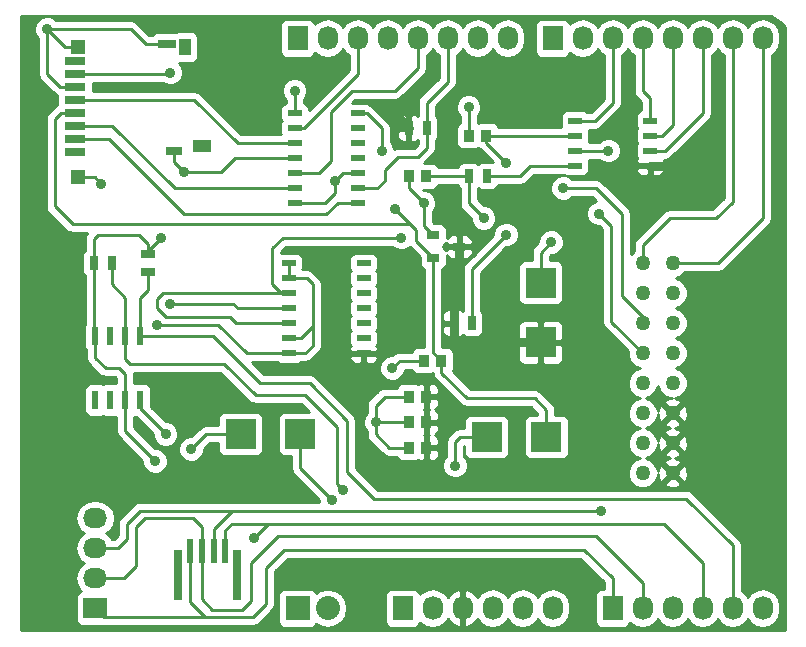
<source format=gtl>
%FSLAX46Y46*%
G04 Gerber Fmt 4.6, Leading zero omitted, Abs format (unit mm)*
G04 Created by KiCad (PCBNEW (2014-08-05 BZR 5054)-product) date Wed 03 Sep 2014 10:07:30 PM PDT*
%MOMM*%
G01*
G04 APERTURE LIST*
%ADD10C,0.152400*%
%ADD11R,0.899160X1.000760*%
%ADD12R,0.600000X1.600000*%
%ADD13R,1.727200X2.032000*%
%ADD14O,1.727200X2.032000*%
%ADD15R,2.032000X2.032000*%
%ADD16O,2.032000X2.032000*%
%ADD17R,0.635000X1.143000*%
%ADD18R,1.143000X0.635000*%
%ADD19R,1.143000X0.508000*%
%ADD20C,1.270000*%
%ADD21R,0.600000X2.000000*%
%ADD22R,0.700000X4.200000*%
%ADD23R,1.750000X0.700000*%
%ADD24R,1.300000X1.300000*%
%ADD25R,1.500000X0.800000*%
%ADD26R,1.400000X0.800000*%
%ADD27R,1.550000X1.000000*%
%ADD28R,1.000000X1.450000*%
%ADD29R,2.499360X2.550160*%
%ADD30R,2.550160X2.499360*%
%ADD31R,2.032000X1.727200*%
%ADD32O,2.032000X1.727200*%
%ADD33R,1.000760X0.800100*%
%ADD34C,0.889000*%
%ADD35C,0.762000*%
%ADD36C,0.254000*%
G04 APERTURE END LIST*
D10*
D11*
X165851840Y-123571000D03*
X164348160Y-123571000D03*
X165851840Y-121412000D03*
X164348160Y-121412000D03*
X165851840Y-119253000D03*
X164348160Y-119253000D03*
X167121840Y-116205000D03*
X165618160Y-116205000D03*
X169428160Y-97155000D03*
X170931840Y-97155000D03*
X165851840Y-100584000D03*
X164348160Y-100584000D03*
D12*
X137825000Y-114140000D03*
X137825000Y-119540000D03*
X139075000Y-114140000D03*
X140325000Y-114140000D03*
X141575000Y-114140000D03*
X139075000Y-119540000D03*
X140325000Y-119540000D03*
X141575000Y-119540000D03*
D13*
X163830000Y-137160000D03*
D14*
X166370000Y-137160000D03*
X168910000Y-137160000D03*
X171450000Y-137160000D03*
X173990000Y-137160000D03*
X176530000Y-137160000D03*
D13*
X181610000Y-137160000D03*
D14*
X184150000Y-137160000D03*
X186690000Y-137160000D03*
X189230000Y-137160000D03*
X191770000Y-137160000D03*
X194310000Y-137160000D03*
D13*
X154940000Y-88900000D03*
D14*
X157480000Y-88900000D03*
X160020000Y-88900000D03*
X162560000Y-88900000D03*
X165100000Y-88900000D03*
X167640000Y-88900000D03*
X170180000Y-88900000D03*
X172720000Y-88900000D03*
D13*
X176530000Y-88900000D03*
D14*
X179070000Y-88900000D03*
X181610000Y-88900000D03*
X184150000Y-88900000D03*
X186690000Y-88900000D03*
X189230000Y-88900000D03*
X191770000Y-88900000D03*
X194310000Y-88900000D03*
D15*
X154940000Y-137160000D03*
D16*
X157480000Y-137160000D03*
D17*
X137668000Y-107950000D03*
X139192000Y-107950000D03*
D18*
X142240000Y-107188000D03*
X142240000Y-108712000D03*
D17*
X168148000Y-113030000D03*
X169672000Y-113030000D03*
X169418000Y-100584000D03*
X170942000Y-100584000D03*
X164338000Y-96520000D03*
X165862000Y-96520000D03*
D19*
X178435000Y-99695000D03*
X178435000Y-98425000D03*
X178435000Y-97155000D03*
X178435000Y-95885000D03*
X184785000Y-95885000D03*
X184785000Y-97155000D03*
X184785000Y-98425000D03*
X184785000Y-99695000D03*
X154686000Y-95250000D03*
X154686000Y-96520000D03*
X154686000Y-97790000D03*
X154686000Y-99060000D03*
X154686000Y-100330000D03*
X154686000Y-101600000D03*
X154686000Y-102870000D03*
X160020000Y-102870000D03*
X160020000Y-101600000D03*
X160020000Y-100330000D03*
X160020000Y-99060000D03*
X160020000Y-97790000D03*
X160020000Y-96520000D03*
X160020000Y-95250000D03*
X154178000Y-107950000D03*
X154178000Y-109220000D03*
X154178000Y-110490000D03*
X154178000Y-111760000D03*
X154178000Y-113030000D03*
X154178000Y-114300000D03*
X154178000Y-115570000D03*
X160528000Y-115570000D03*
X160528000Y-114300000D03*
X160528000Y-111760000D03*
X160528000Y-110490000D03*
X160528000Y-109220000D03*
X160528000Y-107950000D03*
X160528000Y-113030000D03*
D20*
X184150000Y-125730000D03*
X186690000Y-125730000D03*
X184150000Y-123190000D03*
X186690000Y-123190000D03*
X184150000Y-120650000D03*
X186690000Y-120650000D03*
X184150000Y-118110000D03*
X186690000Y-118110000D03*
X184150000Y-115570000D03*
X186690000Y-115570000D03*
X184150000Y-113030000D03*
X186690000Y-113030000D03*
X184150000Y-110490000D03*
X186690000Y-110490000D03*
X184150000Y-107950000D03*
X186690000Y-107950000D03*
D21*
X146820000Y-132350000D03*
X145820000Y-132350000D03*
X147820000Y-132350000D03*
X148820000Y-132350000D03*
D22*
X144820000Y-134350000D03*
X149820000Y-134350000D03*
D23*
X136120000Y-98530000D03*
X136120000Y-97430000D03*
X136120000Y-96330000D03*
X136120000Y-95230000D03*
X136120000Y-94130000D03*
X136120000Y-93030000D03*
X136120000Y-91930000D03*
X136120000Y-90830000D03*
D24*
X136345000Y-89630000D03*
X136345000Y-100680000D03*
D25*
X143900000Y-89380000D03*
D26*
X144470000Y-98480000D03*
D27*
X146870000Y-98030000D03*
D28*
X145370000Y-89680000D03*
D29*
X175514000Y-109616240D03*
X175514000Y-114665760D03*
D30*
X170957240Y-122682000D03*
X176006760Y-122682000D03*
X155178760Y-122428000D03*
X150129240Y-122428000D03*
D31*
X137795000Y-137160000D03*
D32*
X137795000Y-134620000D03*
X137795000Y-132080000D03*
X137795000Y-129540000D03*
D33*
X168612820Y-106553000D03*
X166413180Y-107505500D03*
X166413180Y-105600500D03*
D20*
X167640000Y-110236000D03*
X163703000Y-110236000D03*
X162814000Y-94996000D03*
X171196000Y-91948000D03*
X188468000Y-100965000D03*
X193167000Y-108712000D03*
D34*
X133731000Y-88138000D03*
X138303000Y-101219000D03*
X158115000Y-100965000D03*
X154686000Y-93345000D03*
X145288000Y-100203000D03*
X169418000Y-94742000D03*
X143764000Y-122428000D03*
X161544000Y-121412000D03*
X144145000Y-111379000D03*
X176403000Y-106172000D03*
X168275000Y-125095000D03*
X162941000Y-116840000D03*
X181229000Y-98425000D03*
X165608000Y-102870000D03*
X172593000Y-105537000D03*
X172593000Y-99441000D03*
X163703000Y-105791000D03*
X170688000Y-104140000D03*
X143002000Y-113157000D03*
X145923000Y-123698000D03*
X157861000Y-128016000D03*
X142875000Y-124714000D03*
X143383000Y-105791000D03*
X158750000Y-127127000D03*
X180594000Y-128905000D03*
X151257000Y-131191000D03*
X144145000Y-91821000D03*
X177419000Y-101600000D03*
X180467000Y-103759000D03*
X163195000Y-103378000D03*
X162052000Y-98425000D03*
D35*
X168148000Y-110744000D02*
X167640000Y-110236000D01*
X168148000Y-113030000D02*
X168148000Y-110744000D01*
X164338000Y-96520000D02*
X162814000Y-94996000D01*
X187198000Y-99695000D02*
X188468000Y-100965000D01*
X184785000Y-99695000D02*
X187198000Y-99695000D01*
X168612820Y-109263180D02*
X167640000Y-110236000D01*
X168612820Y-106553000D02*
X168612820Y-109263180D01*
X168148000Y-114173000D02*
X168640760Y-114665760D01*
X168640760Y-114665760D02*
X175514000Y-114665760D01*
X168148000Y-113030000D02*
X168148000Y-114173000D01*
D36*
X142085000Y-89380000D02*
X140843000Y-88138000D01*
X140843000Y-88138000D02*
X133731000Y-88138000D01*
X135223000Y-89630000D02*
X136345000Y-89630000D01*
X135223000Y-89630000D02*
X133731000Y-88138000D01*
X143900000Y-89380000D02*
X142085000Y-89380000D01*
X134813000Y-93030000D02*
X133731000Y-91948000D01*
X133731000Y-91948000D02*
X133731000Y-88138000D01*
X136120000Y-93030000D02*
X134813000Y-93030000D01*
X137764000Y-100680000D02*
X138303000Y-101219000D01*
X136345000Y-100680000D02*
X137764000Y-100680000D01*
X157226000Y-102870000D02*
X158115000Y-101981000D01*
X158115000Y-101981000D02*
X158115000Y-100965000D01*
X158750000Y-100330000D02*
X160020000Y-100330000D01*
X158750000Y-100330000D02*
X158115000Y-100965000D01*
X154686000Y-102870000D02*
X157226000Y-102870000D01*
X154686000Y-95250000D02*
X154686000Y-93345000D01*
X149606000Y-99060000D02*
X148463000Y-100203000D01*
X148463000Y-100203000D02*
X145288000Y-100203000D01*
X144470000Y-99385000D02*
X144470000Y-98480000D01*
X144470000Y-99385000D02*
X145288000Y-100203000D01*
X154686000Y-99060000D02*
X149606000Y-99060000D01*
X169428160Y-94752160D02*
X169418000Y-94742000D01*
X169428160Y-97155000D02*
X169428160Y-94752160D01*
X141575000Y-120239000D02*
X143764000Y-122428000D01*
X141575000Y-119540000D02*
X141575000Y-120239000D01*
X162306000Y-119253000D02*
X161544000Y-120015000D01*
X161544000Y-120015000D02*
X161544000Y-121412000D01*
X161544000Y-121412000D02*
X164348160Y-121412000D01*
X164348160Y-119253000D02*
X162306000Y-119253000D01*
X161544000Y-122428000D02*
X162687000Y-123571000D01*
X162687000Y-123571000D02*
X164348160Y-123571000D01*
X161544000Y-121412000D02*
X161544000Y-122428000D01*
X149860000Y-111760000D02*
X149479000Y-111379000D01*
X149479000Y-111379000D02*
X144145000Y-111379000D01*
X154178000Y-111760000D02*
X149860000Y-111760000D01*
X175514000Y-107061000D02*
X176403000Y-106172000D01*
X175514000Y-109616240D02*
X175514000Y-107061000D01*
X168656000Y-122682000D02*
X168275000Y-123063000D01*
X168275000Y-123063000D02*
X168275000Y-125095000D01*
X170957240Y-122682000D02*
X168656000Y-122682000D01*
X163576000Y-116205000D02*
X162941000Y-116840000D01*
X165618160Y-116205000D02*
X163576000Y-116205000D01*
X178435000Y-98425000D02*
X181229000Y-98425000D01*
X165608000Y-104795320D02*
X166413180Y-105600500D01*
X164348160Y-100584000D02*
X164348160Y-101610160D01*
X164348160Y-101610160D02*
X165608000Y-102870000D01*
X165608000Y-102870000D02*
X165608000Y-104795320D01*
X170931840Y-97155000D02*
X178435000Y-97155000D01*
X169672000Y-108458000D02*
X172593000Y-105537000D01*
X172593000Y-99441000D02*
X170931840Y-97779840D01*
X170931840Y-97779840D02*
X170931840Y-97155000D01*
X169672000Y-113030000D02*
X169672000Y-108458000D01*
X169418000Y-100584000D02*
X165851840Y-100584000D01*
X153543000Y-110490000D02*
X152781000Y-109728000D01*
X152781000Y-109728000D02*
X152781000Y-106680000D01*
X152781000Y-106680000D02*
X153670000Y-105791000D01*
X153670000Y-105791000D02*
X163703000Y-105791000D01*
X170688000Y-104140000D02*
X169418000Y-102870000D01*
X169418000Y-102870000D02*
X169418000Y-100584000D01*
X154178000Y-110490000D02*
X153543000Y-110490000D01*
X149733000Y-113030000D02*
X149225000Y-112522000D01*
X149225000Y-112522000D02*
X143764000Y-112522000D01*
X143764000Y-112522000D02*
X143002000Y-111760000D01*
X143002000Y-111760000D02*
X143002000Y-110998000D01*
X143002000Y-110998000D02*
X143510000Y-110490000D01*
X143510000Y-110490000D02*
X154178000Y-110490000D01*
X154178000Y-113030000D02*
X149733000Y-113030000D01*
X155575000Y-115570000D02*
X154178000Y-115570000D01*
X156210000Y-114935000D02*
X155575000Y-115570000D01*
X156210000Y-113030000D02*
X156210000Y-114935000D01*
X156210000Y-109728000D02*
X156210000Y-113030000D01*
X155702000Y-109220000D02*
X156210000Y-109728000D01*
X154178000Y-109220000D02*
X155702000Y-109220000D01*
X154178000Y-107950000D02*
X154178000Y-109220000D01*
X155194000Y-114300000D02*
X156210000Y-113284000D01*
X156210000Y-113284000D02*
X156210000Y-113030000D01*
X154178000Y-114300000D02*
X155194000Y-114300000D01*
X150622000Y-115570000D02*
X148209000Y-113157000D01*
X148209000Y-113157000D02*
X143002000Y-113157000D01*
X145923000Y-123698000D02*
X147193000Y-122428000D01*
X147193000Y-122428000D02*
X150129240Y-122428000D01*
X154178000Y-115570000D02*
X150622000Y-115570000D01*
X157480000Y-137160000D02*
X157480000Y-137795000D01*
X155178760Y-125333760D02*
X157861000Y-128016000D01*
X155178760Y-122428000D02*
X155178760Y-125333760D01*
X140325000Y-122164000D02*
X142875000Y-124714000D01*
X140325000Y-119540000D02*
X140325000Y-122164000D01*
X137668000Y-113983000D02*
X137825000Y-114140000D01*
X137668000Y-107950000D02*
X137668000Y-113983000D01*
X142240000Y-106299000D02*
X141478000Y-105537000D01*
X141478000Y-105537000D02*
X138049000Y-105537000D01*
X138049000Y-105537000D02*
X137668000Y-105918000D01*
X137668000Y-105918000D02*
X137668000Y-107950000D01*
X142240000Y-107188000D02*
X142240000Y-106299000D01*
X137825000Y-115981000D02*
X138684000Y-116840000D01*
X138684000Y-116840000D02*
X139827000Y-116840000D01*
X139827000Y-116840000D02*
X140325000Y-117338000D01*
X140325000Y-117338000D02*
X140325000Y-119540000D01*
X137825000Y-114140000D02*
X137825000Y-115981000D01*
X142240000Y-106934000D02*
X142240000Y-107188000D01*
X143383000Y-105791000D02*
X142240000Y-106934000D01*
X139192000Y-109728000D02*
X140325000Y-110861000D01*
X140325000Y-110861000D02*
X140325000Y-114140000D01*
X139192000Y-107950000D02*
X139192000Y-109728000D01*
X158750000Y-127127000D02*
X158242000Y-126619000D01*
X158242000Y-126619000D02*
X158242000Y-121793000D01*
X158242000Y-121793000D02*
X155575000Y-119126000D01*
X155575000Y-119126000D02*
X151384000Y-119126000D01*
X151384000Y-119126000D02*
X148717000Y-116459000D01*
X148717000Y-116459000D02*
X140716000Y-116459000D01*
X140716000Y-116459000D02*
X140325000Y-116068000D01*
X140325000Y-116068000D02*
X140325000Y-114140000D01*
X142240000Y-110236000D02*
X141575000Y-110901000D01*
X141575000Y-110901000D02*
X141575000Y-114140000D01*
X142240000Y-108712000D02*
X142240000Y-110236000D01*
X147795000Y-114140000D02*
X151765000Y-118110000D01*
X151765000Y-118110000D02*
X155956000Y-118110000D01*
X155956000Y-118110000D02*
X159131000Y-121285000D01*
X159131000Y-121285000D02*
X159131000Y-125603000D01*
X159131000Y-125603000D02*
X161417000Y-127889000D01*
X161417000Y-127889000D02*
X187833000Y-127889000D01*
X187833000Y-127889000D02*
X191770000Y-131826000D01*
X191770000Y-131826000D02*
X191770000Y-137160000D01*
X141575000Y-114140000D02*
X147795000Y-114140000D01*
X181610000Y-134620000D02*
X179197000Y-132207000D01*
X179197000Y-132207000D02*
X153797000Y-132207000D01*
X153797000Y-132207000D02*
X152273000Y-133731000D01*
X152273000Y-133731000D02*
X152273000Y-136779000D01*
X152273000Y-136779000D02*
X151130000Y-137922000D01*
X147320000Y-137922000D02*
X147066000Y-137922000D01*
X151130000Y-137922000D02*
X147320000Y-137922000D01*
X147066000Y-137922000D02*
X145820000Y-136676000D01*
X145820000Y-136676000D02*
X145820000Y-132350000D01*
X181610000Y-137160000D02*
X181610000Y-134620000D01*
X138557000Y-137922000D02*
X137795000Y-137160000D01*
X147320000Y-137922000D02*
X138557000Y-137922000D01*
X146812000Y-132342000D02*
X146820000Y-132350000D01*
X184150000Y-135001000D02*
X180213000Y-131064000D01*
X180213000Y-131064000D02*
X153289000Y-131064000D01*
X153289000Y-131064000D02*
X151003000Y-133350000D01*
X151003000Y-133350000D02*
X151003000Y-136525000D01*
X151003000Y-136525000D02*
X150241000Y-137287000D01*
X150241000Y-137287000D02*
X147701000Y-137287000D01*
X147701000Y-137287000D02*
X146820000Y-136406000D01*
X146820000Y-136406000D02*
X146820000Y-132350000D01*
X184150000Y-137160000D02*
X184150000Y-135001000D01*
X146820000Y-130310000D02*
X146050000Y-129540000D01*
X146050000Y-129540000D02*
X141986000Y-129540000D01*
X141986000Y-129540000D02*
X141224000Y-130302000D01*
X141224000Y-130302000D02*
X141224000Y-133604000D01*
X141224000Y-133604000D02*
X140208000Y-134620000D01*
X140208000Y-134620000D02*
X137795000Y-134620000D01*
X146820000Y-132350000D02*
X146820000Y-130310000D01*
X186690000Y-137160000D02*
X185928000Y-137160000D01*
X147955000Y-132215000D02*
X147820000Y-132350000D01*
X180594000Y-128905000D02*
X157353000Y-128905000D01*
X150241000Y-128905000D02*
X149352000Y-128905000D01*
X157353000Y-128905000D02*
X150241000Y-128905000D01*
X149352000Y-128905000D02*
X147820000Y-130437000D01*
X147820000Y-130437000D02*
X147820000Y-132350000D01*
X141605000Y-128905000D02*
X140462000Y-130048000D01*
X140462000Y-130048000D02*
X140462000Y-131318000D01*
X140462000Y-131318000D02*
X139700000Y-132080000D01*
X139700000Y-132080000D02*
X137795000Y-132080000D01*
X150241000Y-128905000D02*
X141605000Y-128905000D01*
X189230000Y-133350000D02*
X185928000Y-130048000D01*
X153162000Y-130048000D02*
X149352000Y-130048000D01*
X185928000Y-130048000D02*
X153162000Y-130048000D01*
X149352000Y-130048000D02*
X148820000Y-130580000D01*
X148820000Y-130580000D02*
X148820000Y-132350000D01*
X189230000Y-137160000D02*
X189230000Y-133350000D01*
X152400000Y-130048000D02*
X151257000Y-131191000D01*
X153162000Y-130048000D02*
X152400000Y-130048000D01*
X160020000Y-91948000D02*
X155448000Y-96520000D01*
X155448000Y-96520000D02*
X154686000Y-96520000D01*
X160020000Y-88900000D02*
X160020000Y-91948000D01*
X144145000Y-91821000D02*
X144036000Y-91930000D01*
X144036000Y-91930000D02*
X136120000Y-91930000D01*
X165100000Y-91440000D02*
X163195000Y-93345000D01*
X163195000Y-93345000D02*
X159512000Y-93345000D01*
X159512000Y-93345000D02*
X157734000Y-95123000D01*
X157734000Y-95123000D02*
X157734000Y-99314000D01*
X157734000Y-99314000D02*
X156718000Y-100330000D01*
X156718000Y-100330000D02*
X154686000Y-100330000D01*
X165100000Y-88900000D02*
X165100000Y-91440000D01*
X167640000Y-92583000D02*
X165862000Y-94361000D01*
X165862000Y-94361000D02*
X165862000Y-96520000D01*
X167640000Y-88900000D02*
X167640000Y-92583000D01*
X165862000Y-98171000D02*
X165100000Y-98933000D01*
X165100000Y-98933000D02*
X163449000Y-98933000D01*
X163449000Y-98933000D02*
X162306000Y-100076000D01*
X162306000Y-100076000D02*
X162306000Y-100965000D01*
X162306000Y-100965000D02*
X161671000Y-101600000D01*
X161671000Y-101600000D02*
X160020000Y-101600000D01*
X165862000Y-96520000D02*
X165862000Y-98171000D01*
X180213000Y-101600000D02*
X177419000Y-101600000D01*
X182372000Y-103759000D02*
X180213000Y-101600000D01*
X182372000Y-110744000D02*
X182372000Y-103759000D01*
X184150000Y-112522000D02*
X182372000Y-110744000D01*
X184150000Y-113030000D02*
X184150000Y-112522000D01*
X180467000Y-103759000D02*
X181483000Y-104775000D01*
X181483000Y-104775000D02*
X181483000Y-112903000D01*
X181483000Y-112903000D02*
X184150000Y-115570000D01*
X181610000Y-94361000D02*
X180086000Y-95885000D01*
X180086000Y-95885000D02*
X178435000Y-95885000D01*
X181610000Y-88900000D02*
X181610000Y-94361000D01*
X184150000Y-93345000D02*
X184785000Y-93980000D01*
X184785000Y-93980000D02*
X184785000Y-95885000D01*
X184150000Y-88900000D02*
X184150000Y-93345000D01*
X186690000Y-96266000D02*
X185801000Y-97155000D01*
X185801000Y-97155000D02*
X184785000Y-97155000D01*
X186690000Y-88900000D02*
X186690000Y-96266000D01*
X189230000Y-95250000D02*
X186055000Y-98425000D01*
X186055000Y-98425000D02*
X184785000Y-98425000D01*
X189230000Y-88900000D02*
X189230000Y-95250000D01*
X191770000Y-102743000D02*
X190373000Y-104140000D01*
X190373000Y-104140000D02*
X186436000Y-104140000D01*
X186436000Y-104140000D02*
X184150000Y-106426000D01*
X184150000Y-106426000D02*
X184150000Y-107950000D01*
X191770000Y-88900000D02*
X191770000Y-102743000D01*
X194310000Y-104140000D02*
X190500000Y-107950000D01*
X190500000Y-107950000D02*
X186690000Y-107950000D01*
X194310000Y-88900000D02*
X194310000Y-104140000D01*
X173736000Y-100584000D02*
X174625000Y-99695000D01*
X174625000Y-99695000D02*
X178435000Y-99695000D01*
X170942000Y-100584000D02*
X173736000Y-100584000D01*
X149860000Y-97790000D02*
X146200000Y-94130000D01*
X146200000Y-94130000D02*
X136120000Y-94130000D01*
X154686000Y-97790000D02*
X149860000Y-97790000D01*
X138959000Y-97430000D02*
X145288000Y-103759000D01*
X145288000Y-103759000D02*
X157353000Y-103759000D01*
X158369000Y-102870000D02*
X160020000Y-102870000D01*
X158369000Y-102870000D02*
X157353000Y-103759000D01*
X136120000Y-97430000D02*
X138959000Y-97430000D01*
X139256000Y-96330000D02*
X144526000Y-101600000D01*
X144526000Y-101600000D02*
X154686000Y-101600000D01*
X136120000Y-96330000D02*
X139256000Y-96330000D01*
X164465000Y-104648000D02*
X163195000Y-103378000D01*
X162052000Y-98425000D02*
X162052000Y-96520000D01*
X162052000Y-96520000D02*
X160782000Y-95250000D01*
X160782000Y-95250000D02*
X160020000Y-95250000D01*
X134894000Y-95230000D02*
X134366000Y-95758000D01*
X134366000Y-95758000D02*
X134366000Y-103124000D01*
X134366000Y-103124000D02*
X135890000Y-104648000D01*
X135890000Y-104648000D02*
X164465000Y-104648000D01*
X136120000Y-95230000D02*
X134894000Y-95230000D01*
X167121840Y-116205000D02*
X167132000Y-116194840D01*
X167121840Y-117210840D02*
X169291000Y-119380000D01*
X169291000Y-119380000D02*
X175006000Y-119380000D01*
X175006000Y-119380000D02*
X176006760Y-120380760D01*
X176006760Y-120380760D02*
X176006760Y-122682000D01*
X167121840Y-116205000D02*
X167121840Y-117210840D01*
X166413180Y-115496340D02*
X167121840Y-116205000D01*
X166413180Y-107505500D02*
X166413180Y-115496340D01*
X164973000Y-105156000D02*
X164973000Y-106065320D01*
X164973000Y-106065320D02*
X166413180Y-107505500D01*
X163195000Y-103378000D02*
X164973000Y-105156000D01*
G36*
X166878000Y-92267369D02*
X165323185Y-93822185D01*
X165158004Y-94069395D01*
X165100000Y-94361000D01*
X165100000Y-95494974D01*
X165015198Y-95410173D01*
X164781809Y-95313500D01*
X164623750Y-95313500D01*
X164465000Y-95472250D01*
X164465000Y-96393000D01*
X164485000Y-96393000D01*
X164485000Y-96647000D01*
X164465000Y-96647000D01*
X164465000Y-97567750D01*
X164623750Y-97726500D01*
X164781809Y-97726500D01*
X165015198Y-97629827D01*
X165099999Y-97545025D01*
X165100000Y-97545025D01*
X165100000Y-97855369D01*
X164784369Y-98171000D01*
X164211000Y-98171000D01*
X164211000Y-97567750D01*
X164211000Y-96647000D01*
X164211000Y-96393000D01*
X164211000Y-95472250D01*
X164052250Y-95313500D01*
X163894191Y-95313500D01*
X163660802Y-95410173D01*
X163482173Y-95588801D01*
X163385500Y-95822190D01*
X163385500Y-96074809D01*
X163385500Y-96234250D01*
X163544250Y-96393000D01*
X164211000Y-96393000D01*
X164211000Y-96647000D01*
X163544250Y-96647000D01*
X163385500Y-96805750D01*
X163385500Y-96965191D01*
X163385500Y-97217810D01*
X163482173Y-97451199D01*
X163660802Y-97629827D01*
X163894191Y-97726500D01*
X164052250Y-97726500D01*
X164211000Y-97567750D01*
X164211000Y-98171000D01*
X163449000Y-98171000D01*
X163157395Y-98229004D01*
X163131656Y-98246201D01*
X163131687Y-98211216D01*
X162967689Y-97814311D01*
X162814000Y-97660353D01*
X162814000Y-96520000D01*
X162755996Y-96228395D01*
X162590815Y-95981185D01*
X162590815Y-95981184D01*
X161320815Y-94711185D01*
X161073605Y-94546004D01*
X161031068Y-94537543D01*
X161031068Y-94537542D01*
X160951199Y-94457673D01*
X160717810Y-94361000D01*
X160465191Y-94361000D01*
X159573630Y-94361000D01*
X159827630Y-94107000D01*
X163195000Y-94107000D01*
X163195000Y-94106999D01*
X163486604Y-94048996D01*
X163486605Y-94048996D01*
X163733815Y-93883815D01*
X165638815Y-91978815D01*
X165803996Y-91731605D01*
X165803996Y-91731604D01*
X165862000Y-91440000D01*
X165862000Y-90343311D01*
X166159670Y-90144415D01*
X166370000Y-89829634D01*
X166580330Y-90144415D01*
X166878000Y-90343311D01*
X166878000Y-92267369D01*
X166878000Y-92267369D01*
G37*
X166878000Y-92267369D02*
X165323185Y-93822185D01*
X165158004Y-94069395D01*
X165100000Y-94361000D01*
X165100000Y-95494974D01*
X165015198Y-95410173D01*
X164781809Y-95313500D01*
X164623750Y-95313500D01*
X164465000Y-95472250D01*
X164465000Y-96393000D01*
X164485000Y-96393000D01*
X164485000Y-96647000D01*
X164465000Y-96647000D01*
X164465000Y-97567750D01*
X164623750Y-97726500D01*
X164781809Y-97726500D01*
X165015198Y-97629827D01*
X165099999Y-97545025D01*
X165100000Y-97545025D01*
X165100000Y-97855369D01*
X164784369Y-98171000D01*
X164211000Y-98171000D01*
X164211000Y-97567750D01*
X164211000Y-96647000D01*
X164211000Y-96393000D01*
X164211000Y-95472250D01*
X164052250Y-95313500D01*
X163894191Y-95313500D01*
X163660802Y-95410173D01*
X163482173Y-95588801D01*
X163385500Y-95822190D01*
X163385500Y-96074809D01*
X163385500Y-96234250D01*
X163544250Y-96393000D01*
X164211000Y-96393000D01*
X164211000Y-96647000D01*
X163544250Y-96647000D01*
X163385500Y-96805750D01*
X163385500Y-96965191D01*
X163385500Y-97217810D01*
X163482173Y-97451199D01*
X163660802Y-97629827D01*
X163894191Y-97726500D01*
X164052250Y-97726500D01*
X164211000Y-97567750D01*
X164211000Y-98171000D01*
X163449000Y-98171000D01*
X163157395Y-98229004D01*
X163131656Y-98246201D01*
X163131687Y-98211216D01*
X162967689Y-97814311D01*
X162814000Y-97660353D01*
X162814000Y-96520000D01*
X162755996Y-96228395D01*
X162590815Y-95981185D01*
X162590815Y-95981184D01*
X161320815Y-94711185D01*
X161073605Y-94546004D01*
X161031068Y-94537543D01*
X161031068Y-94537542D01*
X160951199Y-94457673D01*
X160717810Y-94361000D01*
X160465191Y-94361000D01*
X159573630Y-94361000D01*
X159827630Y-94107000D01*
X163195000Y-94107000D01*
X163195000Y-94106999D01*
X163486604Y-94048996D01*
X163486605Y-94048996D01*
X163733815Y-93883815D01*
X165638815Y-91978815D01*
X165803996Y-91731605D01*
X165803996Y-91731604D01*
X165862000Y-91440000D01*
X165862000Y-90343311D01*
X166159670Y-90144415D01*
X166370000Y-89829634D01*
X166580330Y-90144415D01*
X166878000Y-90343311D01*
X166878000Y-92267369D01*
G36*
X191008000Y-102427369D02*
X190057369Y-103378000D01*
X186436000Y-103378000D01*
X186144395Y-103436004D01*
X185991500Y-103538165D01*
X185991500Y-100075309D01*
X185991500Y-99980750D01*
X185832750Y-99822000D01*
X184912000Y-99822000D01*
X184912000Y-100425250D01*
X185070750Y-100584000D01*
X185230191Y-100584000D01*
X185482810Y-100584000D01*
X185716199Y-100487327D01*
X185894827Y-100308698D01*
X185991500Y-100075309D01*
X185991500Y-103538165D01*
X185897184Y-103601185D01*
X184658000Y-104840369D01*
X184658000Y-100425250D01*
X184658000Y-99822000D01*
X183737250Y-99822000D01*
X183578500Y-99980750D01*
X183578500Y-100075309D01*
X183675173Y-100308698D01*
X183853801Y-100487327D01*
X184087190Y-100584000D01*
X184339809Y-100584000D01*
X184499250Y-100584000D01*
X184658000Y-100425250D01*
X184658000Y-104840369D01*
X183611185Y-105887185D01*
X183446004Y-106134395D01*
X183388000Y-106426000D01*
X183388000Y-106916184D01*
X183134000Y-107169741D01*
X183134000Y-103759000D01*
X183075996Y-103467395D01*
X182910815Y-103220185D01*
X180751815Y-101061185D01*
X180504605Y-100896004D01*
X180213000Y-100838000D01*
X178183641Y-100838000D01*
X178031286Y-100685378D01*
X177787141Y-100584000D01*
X177989809Y-100584000D01*
X179132809Y-100584000D01*
X179366198Y-100487327D01*
X179544827Y-100308699D01*
X179641500Y-100075310D01*
X179641500Y-99822691D01*
X179641500Y-99314691D01*
X179588608Y-99187000D01*
X180464358Y-99187000D01*
X180616714Y-99339622D01*
X181013332Y-99504313D01*
X181442784Y-99504687D01*
X181839689Y-99340689D01*
X182143622Y-99037286D01*
X182308313Y-98640668D01*
X182308687Y-98211216D01*
X182144689Y-97814311D01*
X181841286Y-97510378D01*
X181444668Y-97345687D01*
X181015216Y-97345313D01*
X180618311Y-97509311D01*
X180464353Y-97663000D01*
X179588609Y-97663000D01*
X179641500Y-97535310D01*
X179641500Y-97282691D01*
X179641500Y-96774691D01*
X179588608Y-96647000D01*
X180086000Y-96647000D01*
X180086000Y-96646999D01*
X180377604Y-96588996D01*
X180377605Y-96588996D01*
X180624815Y-96423815D01*
X182148815Y-94899816D01*
X182148815Y-94899815D01*
X182313996Y-94652605D01*
X182371999Y-94361000D01*
X182372000Y-94361000D01*
X182372000Y-90343311D01*
X182669670Y-90144415D01*
X182880000Y-89829634D01*
X183090330Y-90144415D01*
X183388000Y-90343311D01*
X183388000Y-93345000D01*
X183446004Y-93636605D01*
X183611185Y-93883815D01*
X184023000Y-94295630D01*
X184023000Y-95022588D01*
X183853802Y-95092673D01*
X183675173Y-95271301D01*
X183578500Y-95504690D01*
X183578500Y-95757309D01*
X183578500Y-96265309D01*
X183675173Y-96498698D01*
X183696474Y-96519999D01*
X183675173Y-96541301D01*
X183578500Y-96774690D01*
X183578500Y-97027309D01*
X183578500Y-97535309D01*
X183675173Y-97768698D01*
X183696474Y-97789999D01*
X183675173Y-97811301D01*
X183578500Y-98044690D01*
X183578500Y-98297309D01*
X183578500Y-98805309D01*
X183675173Y-99038698D01*
X183696474Y-99060000D01*
X183675173Y-99081302D01*
X183578500Y-99314691D01*
X183578500Y-99409250D01*
X183737250Y-99568000D01*
X184658000Y-99568000D01*
X184658000Y-99548000D01*
X184912000Y-99548000D01*
X184912000Y-99568000D01*
X185832750Y-99568000D01*
X185991500Y-99409250D01*
X185991500Y-99314691D01*
X185938608Y-99187000D01*
X186055000Y-99187000D01*
X186055000Y-99186999D01*
X186346604Y-99128996D01*
X186346605Y-99128996D01*
X186593815Y-98963815D01*
X189768815Y-95788815D01*
X189933996Y-95541605D01*
X189991999Y-95250000D01*
X189992000Y-95250000D01*
X189992000Y-90343311D01*
X190289670Y-90144415D01*
X190500000Y-89829634D01*
X190710330Y-90144415D01*
X191008000Y-90343311D01*
X191008000Y-102427369D01*
X191008000Y-102427369D01*
G37*
X191008000Y-102427369D02*
X190057369Y-103378000D01*
X186436000Y-103378000D01*
X186144395Y-103436004D01*
X185991500Y-103538165D01*
X185991500Y-100075309D01*
X185991500Y-99980750D01*
X185832750Y-99822000D01*
X184912000Y-99822000D01*
X184912000Y-100425250D01*
X185070750Y-100584000D01*
X185230191Y-100584000D01*
X185482810Y-100584000D01*
X185716199Y-100487327D01*
X185894827Y-100308698D01*
X185991500Y-100075309D01*
X185991500Y-103538165D01*
X185897184Y-103601185D01*
X184658000Y-104840369D01*
X184658000Y-100425250D01*
X184658000Y-99822000D01*
X183737250Y-99822000D01*
X183578500Y-99980750D01*
X183578500Y-100075309D01*
X183675173Y-100308698D01*
X183853801Y-100487327D01*
X184087190Y-100584000D01*
X184339809Y-100584000D01*
X184499250Y-100584000D01*
X184658000Y-100425250D01*
X184658000Y-104840369D01*
X183611185Y-105887185D01*
X183446004Y-106134395D01*
X183388000Y-106426000D01*
X183388000Y-106916184D01*
X183134000Y-107169741D01*
X183134000Y-103759000D01*
X183075996Y-103467395D01*
X182910815Y-103220185D01*
X180751815Y-101061185D01*
X180504605Y-100896004D01*
X180213000Y-100838000D01*
X178183641Y-100838000D01*
X178031286Y-100685378D01*
X177787141Y-100584000D01*
X177989809Y-100584000D01*
X179132809Y-100584000D01*
X179366198Y-100487327D01*
X179544827Y-100308699D01*
X179641500Y-100075310D01*
X179641500Y-99822691D01*
X179641500Y-99314691D01*
X179588608Y-99187000D01*
X180464358Y-99187000D01*
X180616714Y-99339622D01*
X181013332Y-99504313D01*
X181442784Y-99504687D01*
X181839689Y-99340689D01*
X182143622Y-99037286D01*
X182308313Y-98640668D01*
X182308687Y-98211216D01*
X182144689Y-97814311D01*
X181841286Y-97510378D01*
X181444668Y-97345687D01*
X181015216Y-97345313D01*
X180618311Y-97509311D01*
X180464353Y-97663000D01*
X179588609Y-97663000D01*
X179641500Y-97535310D01*
X179641500Y-97282691D01*
X179641500Y-96774691D01*
X179588608Y-96647000D01*
X180086000Y-96647000D01*
X180086000Y-96646999D01*
X180377604Y-96588996D01*
X180377605Y-96588996D01*
X180624815Y-96423815D01*
X182148815Y-94899816D01*
X182148815Y-94899815D01*
X182313996Y-94652605D01*
X182371999Y-94361000D01*
X182372000Y-94361000D01*
X182372000Y-90343311D01*
X182669670Y-90144415D01*
X182880000Y-89829634D01*
X183090330Y-90144415D01*
X183388000Y-90343311D01*
X183388000Y-93345000D01*
X183446004Y-93636605D01*
X183611185Y-93883815D01*
X184023000Y-94295630D01*
X184023000Y-95022588D01*
X183853802Y-95092673D01*
X183675173Y-95271301D01*
X183578500Y-95504690D01*
X183578500Y-95757309D01*
X183578500Y-96265309D01*
X183675173Y-96498698D01*
X183696474Y-96519999D01*
X183675173Y-96541301D01*
X183578500Y-96774690D01*
X183578500Y-97027309D01*
X183578500Y-97535309D01*
X183675173Y-97768698D01*
X183696474Y-97789999D01*
X183675173Y-97811301D01*
X183578500Y-98044690D01*
X183578500Y-98297309D01*
X183578500Y-98805309D01*
X183675173Y-99038698D01*
X183696474Y-99060000D01*
X183675173Y-99081302D01*
X183578500Y-99314691D01*
X183578500Y-99409250D01*
X183737250Y-99568000D01*
X184658000Y-99568000D01*
X184658000Y-99548000D01*
X184912000Y-99548000D01*
X184912000Y-99568000D01*
X185832750Y-99568000D01*
X185991500Y-99409250D01*
X185991500Y-99314691D01*
X185938608Y-99187000D01*
X186055000Y-99187000D01*
X186055000Y-99186999D01*
X186346604Y-99128996D01*
X186346605Y-99128996D01*
X186593815Y-98963815D01*
X189768815Y-95788815D01*
X189933996Y-95541605D01*
X189991999Y-95250000D01*
X189992000Y-95250000D01*
X189992000Y-90343311D01*
X190289670Y-90144415D01*
X190500000Y-89829634D01*
X190710330Y-90144415D01*
X191008000Y-90343311D01*
X191008000Y-102427369D01*
G36*
X196215000Y-136908635D02*
X196165000Y-137160000D01*
X196165000Y-139015000D01*
X195808600Y-139015000D01*
X195808600Y-137344745D01*
X195808600Y-136975255D01*
X195694526Y-136401766D01*
X195369670Y-135915585D01*
X194883489Y-135590729D01*
X194310000Y-135476655D01*
X193736511Y-135590729D01*
X193250330Y-135915585D01*
X193040000Y-136230365D01*
X192829670Y-135915585D01*
X192532000Y-135716688D01*
X192532000Y-131826000D01*
X192473996Y-131534396D01*
X192473996Y-131534395D01*
X192407834Y-131435376D01*
X192308816Y-131287185D01*
X188371815Y-127350185D01*
X188124605Y-127185004D01*
X187972681Y-127154784D01*
X187972681Y-125907336D01*
X187972681Y-123367336D01*
X187972681Y-120827336D01*
X187942906Y-120322977D01*
X187807179Y-119995303D01*
X187578133Y-119941472D01*
X186869605Y-120650000D01*
X187578133Y-121358528D01*
X187807179Y-121304697D01*
X187972681Y-120827336D01*
X187972681Y-123367336D01*
X187942906Y-122862977D01*
X187807179Y-122535303D01*
X187578133Y-122481472D01*
X187398528Y-122661077D01*
X187398528Y-122301867D01*
X187344697Y-122072821D01*
X186878239Y-121911099D01*
X187017023Y-121902906D01*
X187344697Y-121767179D01*
X187398528Y-121538133D01*
X186690000Y-120829605D01*
X185981472Y-121538133D01*
X186035303Y-121767179D01*
X186501760Y-121928900D01*
X186362977Y-121937094D01*
X186035303Y-122072821D01*
X185981472Y-122301867D01*
X186690000Y-123010395D01*
X187398528Y-122301867D01*
X187398528Y-122661077D01*
X186869605Y-123190000D01*
X187578133Y-123898528D01*
X187807179Y-123844697D01*
X187972681Y-123367336D01*
X187972681Y-125907336D01*
X187942906Y-125402977D01*
X187807179Y-125075303D01*
X187578133Y-125021472D01*
X187398528Y-125201077D01*
X187398528Y-124841867D01*
X187344697Y-124612821D01*
X186878239Y-124451099D01*
X187017023Y-124442906D01*
X187344697Y-124307179D01*
X187398528Y-124078133D01*
X186690000Y-123369605D01*
X185981472Y-124078133D01*
X186035303Y-124307179D01*
X186501760Y-124468900D01*
X186362977Y-124477094D01*
X186035303Y-124612821D01*
X185981472Y-124841867D01*
X186690000Y-125550395D01*
X187398528Y-124841867D01*
X187398528Y-125201077D01*
X186869605Y-125730000D01*
X187578133Y-126438528D01*
X187807179Y-126384697D01*
X187972681Y-125907336D01*
X187972681Y-127154784D01*
X187833000Y-127127000D01*
X187398528Y-127127000D01*
X187398528Y-126618133D01*
X186690000Y-125909605D01*
X185981472Y-126618133D01*
X186035303Y-126847179D01*
X186512664Y-127012681D01*
X187017023Y-126982906D01*
X187344697Y-126847179D01*
X187398528Y-126618133D01*
X187398528Y-127127000D01*
X172867320Y-127127000D01*
X172867320Y-124057990D01*
X172867320Y-123805371D01*
X172867320Y-121306011D01*
X172770647Y-121072622D01*
X172592019Y-120893993D01*
X172358630Y-120797320D01*
X172106011Y-120797320D01*
X169555851Y-120797320D01*
X169322462Y-120893993D01*
X169143833Y-121072621D01*
X169047160Y-121306010D01*
X169047160Y-121558629D01*
X169047160Y-121920000D01*
X168656000Y-121920000D01*
X168364395Y-121978004D01*
X168117184Y-122143185D01*
X167736185Y-122524185D01*
X167571004Y-122771395D01*
X167513000Y-123063000D01*
X167513000Y-124330358D01*
X167360378Y-124482714D01*
X167195687Y-124879332D01*
X167195313Y-125308784D01*
X167359311Y-125705689D01*
X167662714Y-126009622D01*
X168059332Y-126174313D01*
X168488784Y-126174687D01*
X168885689Y-126010689D01*
X169189622Y-125707286D01*
X169354313Y-125310668D01*
X169354687Y-124881216D01*
X169190689Y-124484311D01*
X169037000Y-124330353D01*
X169037000Y-123444000D01*
X169047160Y-123444000D01*
X169047160Y-124057989D01*
X169143833Y-124291378D01*
X169322461Y-124470007D01*
X169555850Y-124566680D01*
X169808469Y-124566680D01*
X172358629Y-124566680D01*
X172592018Y-124470007D01*
X172770647Y-124291379D01*
X172867320Y-124057990D01*
X172867320Y-127127000D01*
X166936420Y-127127000D01*
X166936420Y-124197690D01*
X166936420Y-123945071D01*
X166936420Y-123856750D01*
X166936420Y-123285250D01*
X166936420Y-123196929D01*
X166936420Y-122944310D01*
X166839747Y-122710921D01*
X166661118Y-122532293D01*
X166562635Y-122491500D01*
X166661118Y-122450707D01*
X166839747Y-122272079D01*
X166936420Y-122038690D01*
X166936420Y-121786071D01*
X166936420Y-121697750D01*
X166936420Y-121126250D01*
X166936420Y-121037929D01*
X166936420Y-120785310D01*
X166839747Y-120551921D01*
X166661118Y-120373293D01*
X166562635Y-120332500D01*
X166661118Y-120291707D01*
X166839747Y-120113079D01*
X166936420Y-119879690D01*
X166936420Y-119627071D01*
X166936420Y-119538750D01*
X166936420Y-118967250D01*
X166936420Y-118878929D01*
X166936420Y-118626310D01*
X166839747Y-118392921D01*
X166661118Y-118214293D01*
X166427729Y-118117620D01*
X166137590Y-118117620D01*
X165978840Y-118276370D01*
X165978840Y-119126000D01*
X166777670Y-119126000D01*
X166936420Y-118967250D01*
X166936420Y-119538750D01*
X166777670Y-119380000D01*
X165978840Y-119380000D01*
X165978840Y-120229630D01*
X166081710Y-120332500D01*
X165978840Y-120435370D01*
X165978840Y-121285000D01*
X166777670Y-121285000D01*
X166936420Y-121126250D01*
X166936420Y-121697750D01*
X166777670Y-121539000D01*
X165978840Y-121539000D01*
X165978840Y-122388630D01*
X166081710Y-122491500D01*
X165978840Y-122594370D01*
X165978840Y-123444000D01*
X166777670Y-123444000D01*
X166936420Y-123285250D01*
X166936420Y-123856750D01*
X166777670Y-123698000D01*
X165978840Y-123698000D01*
X165978840Y-124547630D01*
X166137590Y-124706380D01*
X166427729Y-124706380D01*
X166661118Y-124609707D01*
X166839747Y-124431079D01*
X166936420Y-124197690D01*
X166936420Y-127127000D01*
X165724840Y-127127000D01*
X165724840Y-124547630D01*
X165724840Y-123698000D01*
X165704840Y-123698000D01*
X165704840Y-123444000D01*
X165724840Y-123444000D01*
X165724840Y-122594370D01*
X165621970Y-122491500D01*
X165724840Y-122388630D01*
X165724840Y-121539000D01*
X165704840Y-121539000D01*
X165704840Y-121285000D01*
X165724840Y-121285000D01*
X165724840Y-120435370D01*
X165621970Y-120332500D01*
X165724840Y-120229630D01*
X165724840Y-119380000D01*
X165704840Y-119380000D01*
X165704840Y-119126000D01*
X165724840Y-119126000D01*
X165724840Y-118276370D01*
X165566090Y-118117620D01*
X165275951Y-118117620D01*
X165100000Y-118190501D01*
X164924050Y-118117620D01*
X164671431Y-118117620D01*
X163772271Y-118117620D01*
X163538882Y-118214293D01*
X163360253Y-118392921D01*
X163319627Y-118491000D01*
X162306000Y-118491000D01*
X162014395Y-118549004D01*
X161915376Y-118615165D01*
X161767185Y-118714184D01*
X161734500Y-118746869D01*
X161734500Y-115950309D01*
X161734500Y-115855750D01*
X161734500Y-115284250D01*
X161734500Y-115189691D01*
X161637827Y-114956302D01*
X161616525Y-114935000D01*
X161637827Y-114913699D01*
X161734500Y-114680310D01*
X161734500Y-114427691D01*
X161734500Y-113919691D01*
X161637827Y-113686302D01*
X161616525Y-113665000D01*
X161637827Y-113643699D01*
X161734500Y-113410310D01*
X161734500Y-113157691D01*
X161734500Y-112649691D01*
X161637827Y-112416302D01*
X161616525Y-112395000D01*
X161637827Y-112373699D01*
X161734500Y-112140310D01*
X161734500Y-111887691D01*
X161734500Y-111379691D01*
X161637827Y-111146302D01*
X161616525Y-111125000D01*
X161637827Y-111103699D01*
X161734500Y-110870310D01*
X161734500Y-110617691D01*
X161734500Y-110109691D01*
X161637827Y-109876302D01*
X161616525Y-109855000D01*
X161637827Y-109833699D01*
X161734500Y-109600310D01*
X161734500Y-109347691D01*
X161734500Y-108839691D01*
X161637827Y-108606302D01*
X161616525Y-108585000D01*
X161637827Y-108563699D01*
X161734500Y-108330310D01*
X161734500Y-108077691D01*
X161734500Y-107569691D01*
X161637827Y-107336302D01*
X161459199Y-107157673D01*
X161225810Y-107061000D01*
X160973191Y-107061000D01*
X159830191Y-107061000D01*
X159596802Y-107157673D01*
X159418173Y-107336301D01*
X159321500Y-107569690D01*
X159321500Y-107822309D01*
X159321500Y-108330309D01*
X159418173Y-108563698D01*
X159439474Y-108584999D01*
X159418173Y-108606301D01*
X159321500Y-108839690D01*
X159321500Y-109092309D01*
X159321500Y-109600309D01*
X159418173Y-109833698D01*
X159439474Y-109854999D01*
X159418173Y-109876301D01*
X159321500Y-110109690D01*
X159321500Y-110362309D01*
X159321500Y-110870309D01*
X159418173Y-111103698D01*
X159439474Y-111124999D01*
X159418173Y-111146301D01*
X159321500Y-111379690D01*
X159321500Y-111632309D01*
X159321500Y-112140309D01*
X159418173Y-112373698D01*
X159439474Y-112394999D01*
X159418173Y-112416301D01*
X159321500Y-112649690D01*
X159321500Y-112902309D01*
X159321500Y-113410309D01*
X159418173Y-113643698D01*
X159439474Y-113664999D01*
X159418173Y-113686301D01*
X159321500Y-113919690D01*
X159321500Y-114172309D01*
X159321500Y-114680309D01*
X159418173Y-114913698D01*
X159439474Y-114935000D01*
X159418173Y-114956302D01*
X159321500Y-115189691D01*
X159321500Y-115284250D01*
X159480250Y-115443000D01*
X160401000Y-115443000D01*
X160401000Y-115423000D01*
X160655000Y-115423000D01*
X160655000Y-115443000D01*
X161575750Y-115443000D01*
X161734500Y-115284250D01*
X161734500Y-115855750D01*
X161575750Y-115697000D01*
X160655000Y-115697000D01*
X160655000Y-116300250D01*
X160813750Y-116459000D01*
X160973191Y-116459000D01*
X161225810Y-116459000D01*
X161459199Y-116362327D01*
X161637827Y-116183698D01*
X161734500Y-115950309D01*
X161734500Y-118746869D01*
X161005185Y-119476185D01*
X160840004Y-119723395D01*
X160782000Y-120015000D01*
X160782000Y-120647358D01*
X160629378Y-120799714D01*
X160464687Y-121196332D01*
X160464313Y-121625784D01*
X160628311Y-122022689D01*
X160782000Y-122176646D01*
X160782000Y-122428000D01*
X160840004Y-122719605D01*
X161005185Y-122966815D01*
X162148185Y-124109815D01*
X162395395Y-124274996D01*
X162687000Y-124333000D01*
X163319627Y-124333000D01*
X163360253Y-124431078D01*
X163538881Y-124609707D01*
X163772270Y-124706380D01*
X164024889Y-124706380D01*
X164924049Y-124706380D01*
X165100000Y-124633498D01*
X165275951Y-124706380D01*
X165566090Y-124706380D01*
X165724840Y-124547630D01*
X165724840Y-127127000D01*
X161732630Y-127127000D01*
X160401000Y-125795369D01*
X160401000Y-116300250D01*
X160401000Y-115697000D01*
X159480250Y-115697000D01*
X159321500Y-115855750D01*
X159321500Y-115950309D01*
X159418173Y-116183698D01*
X159596801Y-116362327D01*
X159830190Y-116459000D01*
X160082809Y-116459000D01*
X160242250Y-116459000D01*
X160401000Y-116300250D01*
X160401000Y-125795369D01*
X159893000Y-125287369D01*
X159893000Y-121285000D01*
X159834996Y-120993395D01*
X159669815Y-120746185D01*
X156494815Y-117571185D01*
X156247605Y-117406004D01*
X155956000Y-117348000D01*
X152080629Y-117348000D01*
X151064630Y-116332000D01*
X153216474Y-116332000D01*
X153246801Y-116362327D01*
X153480190Y-116459000D01*
X153732809Y-116459000D01*
X154875809Y-116459000D01*
X155109198Y-116362327D01*
X155139525Y-116332000D01*
X155575000Y-116332000D01*
X155575000Y-116331999D01*
X155866604Y-116273996D01*
X155866605Y-116273996D01*
X156113815Y-116108815D01*
X156748815Y-115473815D01*
X156748816Y-115473815D01*
X156847834Y-115325623D01*
X156913996Y-115226605D01*
X156913996Y-115226604D01*
X156972000Y-114935000D01*
X156972000Y-113284000D01*
X156972000Y-113030000D01*
X156972000Y-109728000D01*
X156913996Y-109436395D01*
X156748815Y-109189185D01*
X156748815Y-109189184D01*
X156240815Y-108681185D01*
X155993605Y-108516004D01*
X155702000Y-108458000D01*
X155331609Y-108458000D01*
X155384500Y-108330310D01*
X155384500Y-108077691D01*
X155384500Y-107569691D01*
X155287827Y-107336302D01*
X155109199Y-107157673D01*
X154875810Y-107061000D01*
X154623191Y-107061000D01*
X153543000Y-107061000D01*
X153543000Y-106995630D01*
X153985630Y-106553000D01*
X162938358Y-106553000D01*
X163090714Y-106705622D01*
X163487332Y-106870313D01*
X163916784Y-106870687D01*
X164313689Y-106706689D01*
X164427077Y-106593498D01*
X164434185Y-106604135D01*
X165277800Y-107447750D01*
X165277800Y-108031859D01*
X165374473Y-108265248D01*
X165553101Y-108443877D01*
X165651180Y-108484502D01*
X165651180Y-115069620D01*
X165042271Y-115069620D01*
X164808882Y-115166293D01*
X164630253Y-115344921D01*
X164589627Y-115443000D01*
X163576000Y-115443000D01*
X163284395Y-115501004D01*
X163185376Y-115567165D01*
X163037185Y-115666184D01*
X162942868Y-115760500D01*
X162727216Y-115760313D01*
X162330311Y-115924311D01*
X162026378Y-116227714D01*
X161861687Y-116624332D01*
X161861313Y-117053784D01*
X162025311Y-117450689D01*
X162328714Y-117754622D01*
X162725332Y-117919313D01*
X163154784Y-117919687D01*
X163551689Y-117755689D01*
X163855622Y-117452286D01*
X164020313Y-117055668D01*
X164020390Y-116967000D01*
X164589627Y-116967000D01*
X164630253Y-117065078D01*
X164808881Y-117243707D01*
X165042270Y-117340380D01*
X165294889Y-117340380D01*
X166194049Y-117340380D01*
X166369999Y-117267498D01*
X166371209Y-117268000D01*
X166371210Y-117268000D01*
X166417844Y-117502445D01*
X166583025Y-117749655D01*
X168752184Y-119918815D01*
X168752185Y-119918815D01*
X168999395Y-120083996D01*
X169291000Y-120142000D01*
X174690369Y-120142000D01*
X175244760Y-120696390D01*
X175244760Y-120797320D01*
X174605371Y-120797320D01*
X174371982Y-120893993D01*
X174193353Y-121072621D01*
X174096680Y-121306010D01*
X174096680Y-121558629D01*
X174096680Y-124057989D01*
X174193353Y-124291378D01*
X174371981Y-124470007D01*
X174605370Y-124566680D01*
X174857989Y-124566680D01*
X177408149Y-124566680D01*
X177641538Y-124470007D01*
X177820167Y-124291379D01*
X177916840Y-124057990D01*
X177916840Y-123805371D01*
X177916840Y-121306011D01*
X177820167Y-121072622D01*
X177641539Y-120893993D01*
X177482687Y-120828194D01*
X177482687Y-105958216D01*
X177318689Y-105561311D01*
X177015286Y-105257378D01*
X176618668Y-105092687D01*
X176189216Y-105092313D01*
X175792311Y-105256311D01*
X175488378Y-105559714D01*
X175323687Y-105956332D01*
X175323497Y-106173872D01*
X174975185Y-106522185D01*
X174810004Y-106769395D01*
X174752000Y-107061000D01*
X174752000Y-107706160D01*
X174138011Y-107706160D01*
X173904622Y-107802833D01*
X173725993Y-107981461D01*
X173672687Y-108110152D01*
X173672687Y-105323216D01*
X173508689Y-104926311D01*
X173205286Y-104622378D01*
X172808668Y-104457687D01*
X172379216Y-104457313D01*
X171982311Y-104621311D01*
X171678378Y-104924714D01*
X171513687Y-105321332D01*
X171513497Y-105538872D01*
X169748200Y-107304169D01*
X169748200Y-107079359D01*
X169748200Y-106838750D01*
X169748200Y-106267250D01*
X169748200Y-106026641D01*
X169651527Y-105793252D01*
X169472899Y-105614623D01*
X169239510Y-105517950D01*
X168986891Y-105517950D01*
X168898570Y-105517950D01*
X168739820Y-105676700D01*
X168739820Y-106426000D01*
X169589450Y-106426000D01*
X169748200Y-106267250D01*
X169748200Y-106838750D01*
X169589450Y-106680000D01*
X168739820Y-106680000D01*
X168739820Y-107429300D01*
X168898570Y-107588050D01*
X168986891Y-107588050D01*
X169239510Y-107588050D01*
X169472899Y-107491377D01*
X169651527Y-107312748D01*
X169748200Y-107079359D01*
X169748200Y-107304169D01*
X169133185Y-107919185D01*
X168968004Y-108166395D01*
X168910000Y-108458000D01*
X168910000Y-112004974D01*
X168825198Y-111920173D01*
X168591809Y-111823500D01*
X168433750Y-111823500D01*
X168275000Y-111982250D01*
X168275000Y-112903000D01*
X168295000Y-112903000D01*
X168295000Y-113157000D01*
X168275000Y-113157000D01*
X168275000Y-114077750D01*
X168433750Y-114236500D01*
X168591809Y-114236500D01*
X168825198Y-114139827D01*
X168909999Y-114055025D01*
X168994801Y-114139827D01*
X169228190Y-114236500D01*
X169480809Y-114236500D01*
X170115809Y-114236500D01*
X170349198Y-114139827D01*
X170527827Y-113961199D01*
X170624500Y-113727810D01*
X170624500Y-113475191D01*
X170624500Y-112332191D01*
X170527827Y-112098802D01*
X170434000Y-112004974D01*
X170434000Y-108773630D01*
X172591130Y-106616499D01*
X172806784Y-106616687D01*
X173203689Y-106452689D01*
X173507622Y-106149286D01*
X173672313Y-105752668D01*
X173672687Y-105323216D01*
X173672687Y-108110152D01*
X173629320Y-108214850D01*
X173629320Y-108467469D01*
X173629320Y-111017629D01*
X173725993Y-111251018D01*
X173904621Y-111429647D01*
X174138010Y-111526320D01*
X174390629Y-111526320D01*
X176889989Y-111526320D01*
X177123378Y-111429647D01*
X177302007Y-111251019D01*
X177398680Y-111017630D01*
X177398680Y-110765011D01*
X177398680Y-108214851D01*
X177302007Y-107981462D01*
X177123379Y-107802833D01*
X176889990Y-107706160D01*
X176637371Y-107706160D01*
X176276000Y-107706160D01*
X176276000Y-107376630D01*
X176401130Y-107251499D01*
X176616784Y-107251687D01*
X177013689Y-107087689D01*
X177317622Y-106784286D01*
X177482313Y-106387668D01*
X177482687Y-105958216D01*
X177482687Y-120828194D01*
X177408150Y-120797320D01*
X177398680Y-120797320D01*
X177398680Y-116067149D01*
X177398680Y-114951510D01*
X177398680Y-114380010D01*
X177398680Y-113264371D01*
X177302007Y-113030982D01*
X177123379Y-112852353D01*
X176889990Y-112755680D01*
X176637371Y-112755680D01*
X175799750Y-112755680D01*
X175641000Y-112914430D01*
X175641000Y-114538760D01*
X177239930Y-114538760D01*
X177398680Y-114380010D01*
X177398680Y-114951510D01*
X177239930Y-114792760D01*
X175641000Y-114792760D01*
X175641000Y-116417090D01*
X175799750Y-116575840D01*
X176637371Y-116575840D01*
X176889990Y-116575840D01*
X177123379Y-116479167D01*
X177302007Y-116300538D01*
X177398680Y-116067149D01*
X177398680Y-120797320D01*
X177155531Y-120797320D01*
X176768760Y-120797320D01*
X176768760Y-120380760D01*
X176710756Y-120089155D01*
X176545575Y-119841945D01*
X176545575Y-119841944D01*
X175544815Y-118841185D01*
X175387000Y-118735736D01*
X175387000Y-116417090D01*
X175387000Y-114792760D01*
X175387000Y-114538760D01*
X175387000Y-112914430D01*
X175228250Y-112755680D01*
X174390629Y-112755680D01*
X174138010Y-112755680D01*
X173904621Y-112852353D01*
X173725993Y-113030982D01*
X173629320Y-113264371D01*
X173629320Y-114380010D01*
X173788070Y-114538760D01*
X175387000Y-114538760D01*
X175387000Y-114792760D01*
X173788070Y-114792760D01*
X173629320Y-114951510D01*
X173629320Y-116067149D01*
X173725993Y-116300538D01*
X173904621Y-116479167D01*
X174138010Y-116575840D01*
X174390629Y-116575840D01*
X175228250Y-116575840D01*
X175387000Y-116417090D01*
X175387000Y-118735736D01*
X175297605Y-118676004D01*
X175006000Y-118618000D01*
X169606630Y-118618000D01*
X168081728Y-117093097D01*
X168109747Y-117065079D01*
X168206420Y-116831690D01*
X168206420Y-116579071D01*
X168206420Y-115578311D01*
X168109747Y-115344922D01*
X168021000Y-115256174D01*
X168021000Y-114077750D01*
X168021000Y-113157000D01*
X168021000Y-112903000D01*
X168021000Y-111982250D01*
X167862250Y-111823500D01*
X167704191Y-111823500D01*
X167470802Y-111920173D01*
X167292173Y-112098801D01*
X167195500Y-112332190D01*
X167195500Y-112584809D01*
X167195500Y-112744250D01*
X167354250Y-112903000D01*
X168021000Y-112903000D01*
X168021000Y-113157000D01*
X167354250Y-113157000D01*
X167195500Y-113315750D01*
X167195500Y-113475191D01*
X167195500Y-113727810D01*
X167292173Y-113961199D01*
X167470802Y-114139827D01*
X167704191Y-114236500D01*
X167862250Y-114236500D01*
X168021000Y-114077750D01*
X168021000Y-115256174D01*
X167931119Y-115166293D01*
X167697730Y-115069620D01*
X167445111Y-115069620D01*
X167175180Y-115069620D01*
X167175180Y-108484502D01*
X167273258Y-108443877D01*
X167451887Y-108265249D01*
X167548560Y-108031860D01*
X167548560Y-107779241D01*
X167548560Y-107251057D01*
X167574113Y-107312748D01*
X167752741Y-107491377D01*
X167986130Y-107588050D01*
X168238749Y-107588050D01*
X168327070Y-107588050D01*
X168485820Y-107429300D01*
X168485820Y-106680000D01*
X167636190Y-106680000D01*
X167486609Y-106829580D01*
X167451887Y-106745752D01*
X167273259Y-106567123D01*
X167239162Y-106552999D01*
X167273258Y-106538877D01*
X167451887Y-106360249D01*
X167486610Y-106276420D01*
X167636190Y-106426000D01*
X168485820Y-106426000D01*
X168485820Y-105676700D01*
X168327070Y-105517950D01*
X168238749Y-105517950D01*
X167986130Y-105517950D01*
X167752741Y-105614623D01*
X167574113Y-105793252D01*
X167548560Y-105854942D01*
X167548560Y-105074141D01*
X167451887Y-104840752D01*
X167273259Y-104662123D01*
X167039870Y-104565450D01*
X166787251Y-104565450D01*
X166455760Y-104565450D01*
X166370000Y-104479689D01*
X166370000Y-103634641D01*
X166522622Y-103482286D01*
X166687313Y-103085668D01*
X166687687Y-102656216D01*
X166523689Y-102259311D01*
X166220286Y-101955378D01*
X165823668Y-101790687D01*
X165606127Y-101790497D01*
X165535010Y-101719380D01*
X166427729Y-101719380D01*
X166661118Y-101622707D01*
X166839747Y-101444079D01*
X166880372Y-101346000D01*
X168492088Y-101346000D01*
X168562173Y-101515198D01*
X168656000Y-101609025D01*
X168656000Y-102870000D01*
X168714004Y-103161605D01*
X168879185Y-103408815D01*
X169608500Y-104138131D01*
X169608313Y-104353784D01*
X169772311Y-104750689D01*
X170075714Y-105054622D01*
X170472332Y-105219313D01*
X170901784Y-105219687D01*
X171298689Y-105055689D01*
X171602622Y-104752286D01*
X171767313Y-104355668D01*
X171767687Y-103926216D01*
X171603689Y-103529311D01*
X171300286Y-103225378D01*
X170903668Y-103060687D01*
X170686128Y-103060497D01*
X170180000Y-102554369D01*
X170180000Y-101609025D01*
X170264801Y-101693827D01*
X170498190Y-101790500D01*
X170750809Y-101790500D01*
X171385809Y-101790500D01*
X171619198Y-101693827D01*
X171797827Y-101515199D01*
X171867911Y-101346000D01*
X173736000Y-101346000D01*
X173736000Y-101345999D01*
X174027604Y-101287996D01*
X174027605Y-101287996D01*
X174274815Y-101122815D01*
X174940630Y-100457000D01*
X177473474Y-100457000D01*
X177503801Y-100487327D01*
X177584233Y-100520643D01*
X177205216Y-100520313D01*
X176808311Y-100684311D01*
X176504378Y-100987714D01*
X176339687Y-101384332D01*
X176339313Y-101813784D01*
X176503311Y-102210689D01*
X176806714Y-102514622D01*
X177203332Y-102679313D01*
X177632784Y-102679687D01*
X178029689Y-102515689D01*
X178183646Y-102362000D01*
X179897370Y-102362000D01*
X180225949Y-102690579D01*
X179856311Y-102843311D01*
X179552378Y-103146714D01*
X179387687Y-103543332D01*
X179387313Y-103972784D01*
X179551311Y-104369689D01*
X179854714Y-104673622D01*
X180251332Y-104838313D01*
X180468872Y-104838502D01*
X180721000Y-105090630D01*
X180721000Y-112903000D01*
X180779004Y-113194605D01*
X180944185Y-113441815D01*
X182880167Y-115377798D01*
X182879780Y-115821510D01*
X183072718Y-116288458D01*
X183429663Y-116646026D01*
X183896273Y-116839779D01*
X183898487Y-116839780D01*
X183431542Y-117032718D01*
X183073974Y-117389663D01*
X182880221Y-117856273D01*
X182879780Y-118361510D01*
X183072718Y-118828458D01*
X183429663Y-119186026D01*
X183896273Y-119379779D01*
X183898487Y-119379780D01*
X183431542Y-119572718D01*
X183073974Y-119929663D01*
X182880221Y-120396273D01*
X182879780Y-120901510D01*
X183072718Y-121368458D01*
X183429663Y-121726026D01*
X183896273Y-121919779D01*
X183898487Y-121919780D01*
X183431542Y-122112718D01*
X183073974Y-122469663D01*
X182880221Y-122936273D01*
X182879780Y-123441510D01*
X183072718Y-123908458D01*
X183429663Y-124266026D01*
X183896273Y-124459779D01*
X183898487Y-124459780D01*
X183431542Y-124652718D01*
X183073974Y-125009663D01*
X182880221Y-125476273D01*
X182879780Y-125981510D01*
X183072718Y-126448458D01*
X183429663Y-126806026D01*
X183896273Y-126999779D01*
X184401510Y-127000220D01*
X184868458Y-126807282D01*
X185226026Y-126450337D01*
X185419779Y-125983727D01*
X185419968Y-125766929D01*
X185437094Y-126057023D01*
X185572821Y-126384697D01*
X185801867Y-126438528D01*
X186510395Y-125730000D01*
X185801867Y-125021472D01*
X185572821Y-125075303D01*
X185420187Y-125515546D01*
X185420220Y-125478490D01*
X185227282Y-125011542D01*
X184870337Y-124653974D01*
X184403727Y-124460221D01*
X184401512Y-124460219D01*
X184868458Y-124267282D01*
X185226026Y-123910337D01*
X185419779Y-123443727D01*
X185419968Y-123226929D01*
X185437094Y-123517023D01*
X185572821Y-123844697D01*
X185801867Y-123898528D01*
X186510395Y-123190000D01*
X185801867Y-122481472D01*
X185572821Y-122535303D01*
X185420187Y-122975546D01*
X185420220Y-122938490D01*
X185227282Y-122471542D01*
X184870337Y-122113974D01*
X184403727Y-121920221D01*
X184401512Y-121920219D01*
X184868458Y-121727282D01*
X185226026Y-121370337D01*
X185419779Y-120903727D01*
X185419968Y-120686929D01*
X185437094Y-120977023D01*
X185572821Y-121304697D01*
X185801867Y-121358528D01*
X186510395Y-120650000D01*
X185801867Y-119941472D01*
X185572821Y-119995303D01*
X185420187Y-120435546D01*
X185420220Y-120398490D01*
X185227282Y-119931542D01*
X184870337Y-119573974D01*
X184403727Y-119380221D01*
X184401512Y-119380219D01*
X184868458Y-119187282D01*
X185226026Y-118830337D01*
X185419779Y-118363727D01*
X185419780Y-118361512D01*
X185612718Y-118828458D01*
X185969663Y-119186026D01*
X186436273Y-119379779D01*
X186653070Y-119379968D01*
X186362977Y-119397094D01*
X186035303Y-119532821D01*
X185981472Y-119761867D01*
X186690000Y-120470395D01*
X187398528Y-119761867D01*
X187344697Y-119532821D01*
X186904453Y-119380187D01*
X186941510Y-119380220D01*
X187408458Y-119187282D01*
X187766026Y-118830337D01*
X187959779Y-118363727D01*
X187960220Y-117858490D01*
X187767282Y-117391542D01*
X187410337Y-117033974D01*
X186943727Y-116840221D01*
X186941512Y-116840219D01*
X187408458Y-116647282D01*
X187766026Y-116290337D01*
X187959779Y-115823727D01*
X187960220Y-115318490D01*
X187767282Y-114851542D01*
X187410337Y-114493974D01*
X186943727Y-114300221D01*
X186941512Y-114300219D01*
X187408458Y-114107282D01*
X187766026Y-113750337D01*
X187959779Y-113283727D01*
X187960220Y-112778490D01*
X187767282Y-112311542D01*
X187410337Y-111953974D01*
X186943727Y-111760221D01*
X186941512Y-111760219D01*
X187408458Y-111567282D01*
X187766026Y-111210337D01*
X187959779Y-110743727D01*
X187960220Y-110238490D01*
X187767282Y-109771542D01*
X187410337Y-109413974D01*
X186943727Y-109220221D01*
X186941512Y-109220219D01*
X187408458Y-109027282D01*
X187724290Y-108712000D01*
X190500000Y-108712000D01*
X190500000Y-108711999D01*
X190791604Y-108653996D01*
X190791605Y-108653996D01*
X191038815Y-108488815D01*
X194848815Y-104678815D01*
X194848816Y-104678815D01*
X194947834Y-104530623D01*
X195013996Y-104431605D01*
X195013996Y-104431604D01*
X195072000Y-104140000D01*
X195072000Y-90343311D01*
X195369670Y-90144415D01*
X195694526Y-89658234D01*
X195808600Y-89084745D01*
X195808600Y-88715255D01*
X195694526Y-88141766D01*
X195369670Y-87655585D01*
X194883489Y-87330729D01*
X194310000Y-87216655D01*
X193736511Y-87330729D01*
X193250330Y-87655585D01*
X193040000Y-87970365D01*
X192829670Y-87655585D01*
X192343489Y-87330729D01*
X191770000Y-87216655D01*
X191196511Y-87330729D01*
X190710330Y-87655585D01*
X190500000Y-87970365D01*
X190289670Y-87655585D01*
X189803489Y-87330729D01*
X189230000Y-87216655D01*
X188656511Y-87330729D01*
X188170330Y-87655585D01*
X187960000Y-87970365D01*
X187749670Y-87655585D01*
X187263489Y-87330729D01*
X186690000Y-87216655D01*
X186116511Y-87330729D01*
X185630330Y-87655585D01*
X185420000Y-87970365D01*
X185209670Y-87655585D01*
X184723489Y-87330729D01*
X184150000Y-87216655D01*
X183576511Y-87330729D01*
X183090330Y-87655585D01*
X182880000Y-87970365D01*
X182669670Y-87655585D01*
X182183489Y-87330729D01*
X181610000Y-87216655D01*
X181036511Y-87330729D01*
X180550330Y-87655585D01*
X180340000Y-87970365D01*
X180129670Y-87655585D01*
X179643489Y-87330729D01*
X179070000Y-87216655D01*
X178496511Y-87330729D01*
X178010330Y-87655585D01*
X177995499Y-87677780D01*
X177931927Y-87524302D01*
X177753299Y-87345673D01*
X177519910Y-87249000D01*
X177267291Y-87249000D01*
X175540091Y-87249000D01*
X175306702Y-87345673D01*
X175128073Y-87524301D01*
X175031400Y-87757690D01*
X175031400Y-88010309D01*
X175031400Y-90042309D01*
X175128073Y-90275698D01*
X175306701Y-90454327D01*
X175540090Y-90551000D01*
X175792709Y-90551000D01*
X177519909Y-90551000D01*
X177753298Y-90454327D01*
X177931927Y-90275699D01*
X177995500Y-90122220D01*
X178010330Y-90144415D01*
X178496511Y-90469271D01*
X179070000Y-90583345D01*
X179643489Y-90469271D01*
X180129670Y-90144415D01*
X180340000Y-89829634D01*
X180550330Y-90144415D01*
X180848000Y-90343311D01*
X180848000Y-94045369D01*
X179770369Y-95123000D01*
X179396525Y-95123000D01*
X179366199Y-95092673D01*
X179132810Y-94996000D01*
X178880191Y-94996000D01*
X177737191Y-94996000D01*
X177503802Y-95092673D01*
X177325173Y-95271301D01*
X177228500Y-95504690D01*
X177228500Y-95757309D01*
X177228500Y-96265309D01*
X177281391Y-96393000D01*
X171960372Y-96393000D01*
X171919747Y-96294922D01*
X171741119Y-96116293D01*
X171507730Y-96019620D01*
X171255111Y-96019620D01*
X170355951Y-96019620D01*
X170190160Y-96088292D01*
X170190160Y-95496499D01*
X170332622Y-95354286D01*
X170497313Y-94957668D01*
X170497687Y-94528216D01*
X170333689Y-94131311D01*
X170030286Y-93827378D01*
X169633668Y-93662687D01*
X169204216Y-93662313D01*
X168807311Y-93826311D01*
X168503378Y-94129714D01*
X168338687Y-94526332D01*
X168338313Y-94955784D01*
X168502311Y-95352689D01*
X168666160Y-95516824D01*
X168666160Y-96096709D01*
X168618882Y-96116293D01*
X168440253Y-96294921D01*
X168343580Y-96528310D01*
X168343580Y-96780929D01*
X168343580Y-97781689D01*
X168440253Y-98015078D01*
X168618881Y-98193707D01*
X168852270Y-98290380D01*
X169104889Y-98290380D01*
X170004049Y-98290380D01*
X170179999Y-98217498D01*
X170355950Y-98290380D01*
X170374132Y-98290380D01*
X170393025Y-98318655D01*
X171498581Y-99424211D01*
X171385810Y-99377500D01*
X171133191Y-99377500D01*
X170498191Y-99377500D01*
X170264802Y-99474173D01*
X170180000Y-99558974D01*
X170095199Y-99474173D01*
X169861810Y-99377500D01*
X169609191Y-99377500D01*
X168974191Y-99377500D01*
X168740802Y-99474173D01*
X168562173Y-99652801D01*
X168492088Y-99822000D01*
X166880372Y-99822000D01*
X166839747Y-99723922D01*
X166661119Y-99545293D01*
X166427730Y-99448620D01*
X166175111Y-99448620D01*
X165662010Y-99448620D01*
X166400815Y-98709815D01*
X166400816Y-98709815D01*
X166499834Y-98561623D01*
X166565996Y-98462605D01*
X166565996Y-98462604D01*
X166624000Y-98171000D01*
X166624000Y-97545025D01*
X166717827Y-97451199D01*
X166814500Y-97217810D01*
X166814500Y-96965191D01*
X166814500Y-95822191D01*
X166717827Y-95588802D01*
X166624000Y-95494974D01*
X166624000Y-94676630D01*
X168178815Y-93121815D01*
X168178816Y-93121815D01*
X168277834Y-92973623D01*
X168343996Y-92874605D01*
X168343996Y-92874604D01*
X168402000Y-92583000D01*
X168402000Y-90343311D01*
X168699670Y-90144415D01*
X168910000Y-89829634D01*
X169120330Y-90144415D01*
X169606511Y-90469271D01*
X170180000Y-90583345D01*
X170753489Y-90469271D01*
X171239670Y-90144415D01*
X171450000Y-89829634D01*
X171660330Y-90144415D01*
X172146511Y-90469271D01*
X172720000Y-90583345D01*
X173293489Y-90469271D01*
X173779670Y-90144415D01*
X174104526Y-89658234D01*
X174218600Y-89084745D01*
X174218600Y-88715255D01*
X174104526Y-88141766D01*
X173779670Y-87655585D01*
X173293489Y-87330729D01*
X172720000Y-87216655D01*
X172146511Y-87330729D01*
X171660330Y-87655585D01*
X171450000Y-87970365D01*
X171239670Y-87655585D01*
X170753489Y-87330729D01*
X170180000Y-87216655D01*
X169606511Y-87330729D01*
X169120330Y-87655585D01*
X168910000Y-87970365D01*
X168699670Y-87655585D01*
X168213489Y-87330729D01*
X167640000Y-87216655D01*
X167066511Y-87330729D01*
X166580330Y-87655585D01*
X166370000Y-87970365D01*
X166159670Y-87655585D01*
X165673489Y-87330729D01*
X165100000Y-87216655D01*
X164526511Y-87330729D01*
X164040330Y-87655585D01*
X163830000Y-87970365D01*
X163619670Y-87655585D01*
X163133489Y-87330729D01*
X162560000Y-87216655D01*
X161986511Y-87330729D01*
X161500330Y-87655585D01*
X161290000Y-87970365D01*
X161079670Y-87655585D01*
X160593489Y-87330729D01*
X160020000Y-87216655D01*
X159446511Y-87330729D01*
X158960330Y-87655585D01*
X158750000Y-87970365D01*
X158539670Y-87655585D01*
X158053489Y-87330729D01*
X157480000Y-87216655D01*
X156906511Y-87330729D01*
X156420330Y-87655585D01*
X156405499Y-87677780D01*
X156341927Y-87524302D01*
X156163299Y-87345673D01*
X155929910Y-87249000D01*
X155677291Y-87249000D01*
X153950091Y-87249000D01*
X153716702Y-87345673D01*
X153538073Y-87524301D01*
X153441400Y-87757690D01*
X153441400Y-88010309D01*
X153441400Y-90042309D01*
X153538073Y-90275698D01*
X153716701Y-90454327D01*
X153950090Y-90551000D01*
X154202709Y-90551000D01*
X155929909Y-90551000D01*
X156163298Y-90454327D01*
X156341927Y-90275699D01*
X156405500Y-90122220D01*
X156420330Y-90144415D01*
X156906511Y-90469271D01*
X157480000Y-90583345D01*
X158053489Y-90469271D01*
X158539670Y-90144415D01*
X158750000Y-89829634D01*
X158960330Y-90144415D01*
X159258000Y-90343311D01*
X159258000Y-91632369D01*
X155892500Y-94997869D01*
X155892500Y-94869691D01*
X155795827Y-94636302D01*
X155617199Y-94457673D01*
X155448000Y-94387588D01*
X155448000Y-94109641D01*
X155600622Y-93957286D01*
X155765313Y-93560668D01*
X155765687Y-93131216D01*
X155601689Y-92734311D01*
X155298286Y-92430378D01*
X154901668Y-92265687D01*
X154472216Y-92265313D01*
X154075311Y-92429311D01*
X153771378Y-92732714D01*
X153606687Y-93129332D01*
X153606313Y-93558784D01*
X153770311Y-93955689D01*
X153924000Y-94109646D01*
X153924000Y-94387588D01*
X153754802Y-94457673D01*
X153576173Y-94636301D01*
X153479500Y-94869690D01*
X153479500Y-95122309D01*
X153479500Y-95630309D01*
X153576173Y-95863698D01*
X153597474Y-95884999D01*
X153576173Y-95906301D01*
X153479500Y-96139690D01*
X153479500Y-96392309D01*
X153479500Y-96900309D01*
X153532391Y-97028000D01*
X150175630Y-97028000D01*
X146738815Y-93591185D01*
X146491605Y-93426004D01*
X146200000Y-93368000D01*
X137630000Y-93368000D01*
X137630000Y-93253691D01*
X137630000Y-92692000D01*
X143489168Y-92692000D01*
X143532714Y-92735622D01*
X143929332Y-92900313D01*
X144358784Y-92900687D01*
X144755689Y-92736689D01*
X145059622Y-92433286D01*
X145224313Y-92036668D01*
X145224687Y-91607216D01*
X145060689Y-91210311D01*
X144890674Y-91040000D01*
X144996309Y-91040000D01*
X145996309Y-91040000D01*
X146229698Y-90943327D01*
X146408327Y-90764699D01*
X146505000Y-90531310D01*
X146505000Y-90278691D01*
X146505000Y-88828691D01*
X146408327Y-88595302D01*
X146229699Y-88416673D01*
X145996310Y-88320000D01*
X145743691Y-88320000D01*
X144743691Y-88320000D01*
X144683335Y-88345000D01*
X144523691Y-88345000D01*
X143023691Y-88345000D01*
X142790302Y-88441673D01*
X142613974Y-88618000D01*
X142400630Y-88618000D01*
X141381815Y-87599185D01*
X141134605Y-87434004D01*
X140843000Y-87376000D01*
X134495641Y-87376000D01*
X134343286Y-87223378D01*
X133946668Y-87058687D01*
X133517216Y-87058313D01*
X133120311Y-87222311D01*
X132816378Y-87525714D01*
X132651687Y-87922332D01*
X132651313Y-88351784D01*
X132815311Y-88748689D01*
X132969000Y-88902646D01*
X132969000Y-91948000D01*
X133027004Y-92239605D01*
X133192185Y-92486815D01*
X134274185Y-93568815D01*
X134521395Y-93733996D01*
X134610000Y-93751620D01*
X134610000Y-93906309D01*
X134610000Y-94524491D01*
X134602395Y-94526004D01*
X134503376Y-94592165D01*
X134355185Y-94691184D01*
X133827185Y-95219185D01*
X133662004Y-95466395D01*
X133604000Y-95758000D01*
X133604000Y-103124000D01*
X133662004Y-103415605D01*
X133827185Y-103662815D01*
X135351184Y-105186815D01*
X135351185Y-105186815D01*
X135598395Y-105351996D01*
X135890000Y-105410000D01*
X137108595Y-105410000D01*
X136964004Y-105626395D01*
X136906000Y-105918000D01*
X136906000Y-106924974D01*
X136812173Y-107018801D01*
X136715500Y-107252190D01*
X136715500Y-107504809D01*
X136715500Y-108647809D01*
X136812173Y-108881198D01*
X136906000Y-108975025D01*
X136906000Y-113175062D01*
X136890000Y-113213690D01*
X136890000Y-113466309D01*
X136890000Y-115066309D01*
X136986673Y-115299698D01*
X137063000Y-115376025D01*
X137063000Y-115981000D01*
X137121004Y-116272605D01*
X137286185Y-116519815D01*
X138145184Y-117378815D01*
X138145185Y-117378815D01*
X138392395Y-117543996D01*
X138684000Y-117602000D01*
X139511369Y-117602000D01*
X139563000Y-117653630D01*
X139563000Y-118130552D01*
X139501310Y-118105000D01*
X139248691Y-118105000D01*
X138648691Y-118105000D01*
X138450000Y-118187300D01*
X138251310Y-118105000D01*
X137998691Y-118105000D01*
X137398691Y-118105000D01*
X137165302Y-118201673D01*
X136986673Y-118380301D01*
X136890000Y-118613690D01*
X136890000Y-118866309D01*
X136890000Y-120466309D01*
X136986673Y-120699698D01*
X137165301Y-120878327D01*
X137398690Y-120975000D01*
X137651309Y-120975000D01*
X138251309Y-120975000D01*
X138449999Y-120892699D01*
X138648690Y-120975000D01*
X138901309Y-120975000D01*
X139501309Y-120975000D01*
X139563000Y-120949446D01*
X139563000Y-122164000D01*
X139621004Y-122455605D01*
X139786185Y-122702815D01*
X141795500Y-124712131D01*
X141795313Y-124927784D01*
X141959311Y-125324689D01*
X142262714Y-125628622D01*
X142659332Y-125793313D01*
X143088784Y-125793687D01*
X143485689Y-125629689D01*
X143789622Y-125326286D01*
X143954313Y-124929668D01*
X143954687Y-124500216D01*
X143790689Y-124103311D01*
X143487286Y-123799378D01*
X143090668Y-123634687D01*
X142873128Y-123634497D01*
X141087000Y-121848369D01*
X141087000Y-120949447D01*
X141148690Y-120975000D01*
X141233369Y-120975000D01*
X142684500Y-122426131D01*
X142684313Y-122641784D01*
X142848311Y-123038689D01*
X143151714Y-123342622D01*
X143548332Y-123507313D01*
X143977784Y-123507687D01*
X144374689Y-123343689D01*
X144678622Y-123040286D01*
X144843313Y-122643668D01*
X144843687Y-122214216D01*
X144679689Y-121817311D01*
X144376286Y-121513378D01*
X143979668Y-121348687D01*
X143762128Y-121348497D01*
X142510000Y-120096369D01*
X142510000Y-118613691D01*
X142413327Y-118380302D01*
X142234699Y-118201673D01*
X142001310Y-118105000D01*
X141748691Y-118105000D01*
X141148691Y-118105000D01*
X141087000Y-118130553D01*
X141087000Y-117338000D01*
X141063727Y-117221000D01*
X148401369Y-117221000D01*
X150845185Y-119664816D01*
X151092395Y-119829996D01*
X151092396Y-119829997D01*
X151384000Y-119888000D01*
X155259369Y-119888000D01*
X155914689Y-120543320D01*
X153777371Y-120543320D01*
X153543982Y-120639993D01*
X153365353Y-120818621D01*
X153268680Y-121052010D01*
X153268680Y-121304629D01*
X153268680Y-123803989D01*
X153365353Y-124037378D01*
X153543981Y-124216007D01*
X153777370Y-124312680D01*
X154029989Y-124312680D01*
X154416760Y-124312680D01*
X154416760Y-125333760D01*
X154474764Y-125625365D01*
X154639945Y-125872575D01*
X156781500Y-128014130D01*
X156781388Y-128143000D01*
X152039320Y-128143000D01*
X152039320Y-123803990D01*
X152039320Y-123551371D01*
X152039320Y-121052011D01*
X151942647Y-120818622D01*
X151764019Y-120639993D01*
X151530630Y-120543320D01*
X151278011Y-120543320D01*
X148727851Y-120543320D01*
X148494462Y-120639993D01*
X148315833Y-120818621D01*
X148219160Y-121052010D01*
X148219160Y-121304629D01*
X148219160Y-121666000D01*
X147193000Y-121666000D01*
X146901395Y-121724004D01*
X146654184Y-121889185D01*
X145924868Y-122618500D01*
X145709216Y-122618313D01*
X145312311Y-122782311D01*
X145008378Y-123085714D01*
X144843687Y-123482332D01*
X144843313Y-123911784D01*
X145007311Y-124308689D01*
X145310714Y-124612622D01*
X145707332Y-124777313D01*
X146136784Y-124777687D01*
X146533689Y-124613689D01*
X146837622Y-124310286D01*
X147002313Y-123913668D01*
X147002502Y-123696127D01*
X147508630Y-123190000D01*
X148219160Y-123190000D01*
X148219160Y-123803989D01*
X148315833Y-124037378D01*
X148494461Y-124216007D01*
X148727850Y-124312680D01*
X148980469Y-124312680D01*
X151530629Y-124312680D01*
X151764018Y-124216007D01*
X151942647Y-124037379D01*
X152039320Y-123803990D01*
X152039320Y-128143000D01*
X150241000Y-128143000D01*
X149352000Y-128143000D01*
X141605000Y-128143000D01*
X141313395Y-128201004D01*
X141066185Y-128366185D01*
X139923185Y-129509185D01*
X139758004Y-129756395D01*
X139700000Y-130048000D01*
X139700000Y-131002369D01*
X139384369Y-131318000D01*
X139238311Y-131318000D01*
X139039415Y-131020330D01*
X138724634Y-130810000D01*
X139039415Y-130599670D01*
X139364271Y-130113489D01*
X139478345Y-129540000D01*
X139364271Y-128966511D01*
X139039415Y-128480330D01*
X138553234Y-128155474D01*
X137979745Y-128041400D01*
X137610255Y-128041400D01*
X137036766Y-128155474D01*
X136550585Y-128480330D01*
X136225729Y-128966511D01*
X136111655Y-129540000D01*
X136225729Y-130113489D01*
X136550585Y-130599670D01*
X136865365Y-130810000D01*
X136550585Y-131020330D01*
X136225729Y-131506511D01*
X136111655Y-132080000D01*
X136225729Y-132653489D01*
X136550585Y-133139670D01*
X136865365Y-133350000D01*
X136550585Y-133560330D01*
X136225729Y-134046511D01*
X136111655Y-134620000D01*
X136225729Y-135193489D01*
X136550585Y-135679670D01*
X136572780Y-135694500D01*
X136419302Y-135758073D01*
X136240673Y-135936701D01*
X136144000Y-136170090D01*
X136144000Y-136422709D01*
X136144000Y-138149909D01*
X136240673Y-138383298D01*
X136419301Y-138561927D01*
X136652690Y-138658600D01*
X136905309Y-138658600D01*
X138429305Y-138658600D01*
X138429306Y-138658600D01*
X138557000Y-138684000D01*
X147066000Y-138684000D01*
X147320000Y-138684000D01*
X151130000Y-138684000D01*
X151130000Y-138683999D01*
X151421604Y-138625996D01*
X151421605Y-138625996D01*
X151668815Y-138460815D01*
X152811815Y-137317815D01*
X152976996Y-137070605D01*
X153034999Y-136779000D01*
X153035000Y-136779000D01*
X153035000Y-134046630D01*
X154112630Y-132969000D01*
X178881369Y-132969000D01*
X180848000Y-134935630D01*
X180848000Y-135509000D01*
X180620091Y-135509000D01*
X180386702Y-135605673D01*
X180208073Y-135784301D01*
X180111400Y-136017690D01*
X180111400Y-136270309D01*
X180111400Y-138302309D01*
X180208073Y-138535698D01*
X180386701Y-138714327D01*
X180620090Y-138811000D01*
X180872709Y-138811000D01*
X182599909Y-138811000D01*
X182833298Y-138714327D01*
X183011927Y-138535699D01*
X183075500Y-138382220D01*
X183090330Y-138404415D01*
X183576511Y-138729271D01*
X184150000Y-138843345D01*
X184723489Y-138729271D01*
X185209670Y-138404415D01*
X185420000Y-138089634D01*
X185630330Y-138404415D01*
X186116511Y-138729271D01*
X186690000Y-138843345D01*
X187263489Y-138729271D01*
X187749670Y-138404415D01*
X187960000Y-138089634D01*
X188170330Y-138404415D01*
X188656511Y-138729271D01*
X189230000Y-138843345D01*
X189803489Y-138729271D01*
X190289670Y-138404415D01*
X190500000Y-138089634D01*
X190710330Y-138404415D01*
X191196511Y-138729271D01*
X191770000Y-138843345D01*
X192343489Y-138729271D01*
X192829670Y-138404415D01*
X193040000Y-138089634D01*
X193250330Y-138404415D01*
X193736511Y-138729271D01*
X194310000Y-138843345D01*
X194883489Y-138729271D01*
X195369670Y-138404415D01*
X195694526Y-137918234D01*
X195808600Y-137344745D01*
X195808600Y-139015000D01*
X178028600Y-139015000D01*
X178028600Y-137344745D01*
X178028600Y-136975255D01*
X177914526Y-136401766D01*
X177589670Y-135915585D01*
X177103489Y-135590729D01*
X176530000Y-135476655D01*
X175956511Y-135590729D01*
X175470330Y-135915585D01*
X175260000Y-136230365D01*
X175049670Y-135915585D01*
X174563489Y-135590729D01*
X173990000Y-135476655D01*
X173416511Y-135590729D01*
X172930330Y-135915585D01*
X172720000Y-136230365D01*
X172509670Y-135915585D01*
X172023489Y-135590729D01*
X171450000Y-135476655D01*
X170876511Y-135590729D01*
X170390330Y-135915585D01*
X170183539Y-136225069D01*
X169812036Y-135809268D01*
X169284791Y-135555291D01*
X169269026Y-135552642D01*
X169037000Y-135673783D01*
X169037000Y-137033000D01*
X169057000Y-137033000D01*
X169057000Y-137287000D01*
X169037000Y-137287000D01*
X169037000Y-138646217D01*
X169269026Y-138767358D01*
X169284791Y-138764709D01*
X169812036Y-138510732D01*
X170183539Y-138094930D01*
X170390330Y-138404415D01*
X170876511Y-138729271D01*
X171450000Y-138843345D01*
X172023489Y-138729271D01*
X172509670Y-138404415D01*
X172720000Y-138089634D01*
X172930330Y-138404415D01*
X173416511Y-138729271D01*
X173990000Y-138843345D01*
X174563489Y-138729271D01*
X175049670Y-138404415D01*
X175260000Y-138089634D01*
X175470330Y-138404415D01*
X175956511Y-138729271D01*
X176530000Y-138843345D01*
X177103489Y-138729271D01*
X177589670Y-138404415D01*
X177914526Y-137918234D01*
X178028600Y-137344745D01*
X178028600Y-139015000D01*
X168783000Y-139015000D01*
X168783000Y-138646217D01*
X168783000Y-137287000D01*
X168763000Y-137287000D01*
X168763000Y-137033000D01*
X168783000Y-137033000D01*
X168783000Y-135673783D01*
X168550974Y-135552642D01*
X168535209Y-135555291D01*
X168007964Y-135809268D01*
X167636460Y-136225069D01*
X167429670Y-135915585D01*
X166943489Y-135590729D01*
X166370000Y-135476655D01*
X165796511Y-135590729D01*
X165310330Y-135915585D01*
X165295499Y-135937780D01*
X165231927Y-135784302D01*
X165053299Y-135605673D01*
X164819910Y-135509000D01*
X164567291Y-135509000D01*
X162840091Y-135509000D01*
X162606702Y-135605673D01*
X162428073Y-135784301D01*
X162331400Y-136017690D01*
X162331400Y-136270309D01*
X162331400Y-138302309D01*
X162428073Y-138535698D01*
X162606701Y-138714327D01*
X162840090Y-138811000D01*
X163092709Y-138811000D01*
X164819909Y-138811000D01*
X165053298Y-138714327D01*
X165231927Y-138535699D01*
X165295500Y-138382220D01*
X165310330Y-138404415D01*
X165796511Y-138729271D01*
X166370000Y-138843345D01*
X166943489Y-138729271D01*
X167429670Y-138404415D01*
X167636460Y-138094930D01*
X168007964Y-138510732D01*
X168535209Y-138764709D01*
X168550974Y-138767358D01*
X168783000Y-138646217D01*
X168783000Y-139015000D01*
X159163345Y-139015000D01*
X159163345Y-137160000D01*
X159037670Y-136528190D01*
X158679778Y-135992567D01*
X158144155Y-135634675D01*
X157512345Y-135509000D01*
X157447655Y-135509000D01*
X156815845Y-135634675D01*
X156515480Y-135835371D01*
X156494327Y-135784302D01*
X156315699Y-135605673D01*
X156082310Y-135509000D01*
X155829691Y-135509000D01*
X153797691Y-135509000D01*
X153564302Y-135605673D01*
X153385673Y-135784301D01*
X153289000Y-136017690D01*
X153289000Y-136270309D01*
X153289000Y-138302309D01*
X153385673Y-138535698D01*
X153564301Y-138714327D01*
X153797690Y-138811000D01*
X154050309Y-138811000D01*
X156082309Y-138811000D01*
X156315698Y-138714327D01*
X156494327Y-138535699D01*
X156515481Y-138484628D01*
X156815845Y-138685325D01*
X157447655Y-138811000D01*
X157512345Y-138811000D01*
X158144155Y-138685325D01*
X158679778Y-138327433D01*
X159037670Y-137791810D01*
X159163345Y-137160000D01*
X159163345Y-139015000D01*
X131495000Y-139015000D01*
X131495000Y-87045000D01*
X195045047Y-87045000D01*
X195798696Y-87547432D01*
X196165000Y-87913736D01*
X196165000Y-99060000D01*
X196215000Y-99311364D01*
X196215000Y-136908635D01*
X196215000Y-136908635D01*
G37*
X196215000Y-136908635D02*
X196165000Y-137160000D01*
X196165000Y-139015000D01*
X195808600Y-139015000D01*
X195808600Y-137344745D01*
X195808600Y-136975255D01*
X195694526Y-136401766D01*
X195369670Y-135915585D01*
X194883489Y-135590729D01*
X194310000Y-135476655D01*
X193736511Y-135590729D01*
X193250330Y-135915585D01*
X193040000Y-136230365D01*
X192829670Y-135915585D01*
X192532000Y-135716688D01*
X192532000Y-131826000D01*
X192473996Y-131534396D01*
X192473996Y-131534395D01*
X192407834Y-131435376D01*
X192308816Y-131287185D01*
X188371815Y-127350185D01*
X188124605Y-127185004D01*
X187972681Y-127154784D01*
X187972681Y-125907336D01*
X187972681Y-123367336D01*
X187972681Y-120827336D01*
X187942906Y-120322977D01*
X187807179Y-119995303D01*
X187578133Y-119941472D01*
X186869605Y-120650000D01*
X187578133Y-121358528D01*
X187807179Y-121304697D01*
X187972681Y-120827336D01*
X187972681Y-123367336D01*
X187942906Y-122862977D01*
X187807179Y-122535303D01*
X187578133Y-122481472D01*
X187398528Y-122661077D01*
X187398528Y-122301867D01*
X187344697Y-122072821D01*
X186878239Y-121911099D01*
X187017023Y-121902906D01*
X187344697Y-121767179D01*
X187398528Y-121538133D01*
X186690000Y-120829605D01*
X185981472Y-121538133D01*
X186035303Y-121767179D01*
X186501760Y-121928900D01*
X186362977Y-121937094D01*
X186035303Y-122072821D01*
X185981472Y-122301867D01*
X186690000Y-123010395D01*
X187398528Y-122301867D01*
X187398528Y-122661077D01*
X186869605Y-123190000D01*
X187578133Y-123898528D01*
X187807179Y-123844697D01*
X187972681Y-123367336D01*
X187972681Y-125907336D01*
X187942906Y-125402977D01*
X187807179Y-125075303D01*
X187578133Y-125021472D01*
X187398528Y-125201077D01*
X187398528Y-124841867D01*
X187344697Y-124612821D01*
X186878239Y-124451099D01*
X187017023Y-124442906D01*
X187344697Y-124307179D01*
X187398528Y-124078133D01*
X186690000Y-123369605D01*
X185981472Y-124078133D01*
X186035303Y-124307179D01*
X186501760Y-124468900D01*
X186362977Y-124477094D01*
X186035303Y-124612821D01*
X185981472Y-124841867D01*
X186690000Y-125550395D01*
X187398528Y-124841867D01*
X187398528Y-125201077D01*
X186869605Y-125730000D01*
X187578133Y-126438528D01*
X187807179Y-126384697D01*
X187972681Y-125907336D01*
X187972681Y-127154784D01*
X187833000Y-127127000D01*
X187398528Y-127127000D01*
X187398528Y-126618133D01*
X186690000Y-125909605D01*
X185981472Y-126618133D01*
X186035303Y-126847179D01*
X186512664Y-127012681D01*
X187017023Y-126982906D01*
X187344697Y-126847179D01*
X187398528Y-126618133D01*
X187398528Y-127127000D01*
X172867320Y-127127000D01*
X172867320Y-124057990D01*
X172867320Y-123805371D01*
X172867320Y-121306011D01*
X172770647Y-121072622D01*
X172592019Y-120893993D01*
X172358630Y-120797320D01*
X172106011Y-120797320D01*
X169555851Y-120797320D01*
X169322462Y-120893993D01*
X169143833Y-121072621D01*
X169047160Y-121306010D01*
X169047160Y-121558629D01*
X169047160Y-121920000D01*
X168656000Y-121920000D01*
X168364395Y-121978004D01*
X168117184Y-122143185D01*
X167736185Y-122524185D01*
X167571004Y-122771395D01*
X167513000Y-123063000D01*
X167513000Y-124330358D01*
X167360378Y-124482714D01*
X167195687Y-124879332D01*
X167195313Y-125308784D01*
X167359311Y-125705689D01*
X167662714Y-126009622D01*
X168059332Y-126174313D01*
X168488784Y-126174687D01*
X168885689Y-126010689D01*
X169189622Y-125707286D01*
X169354313Y-125310668D01*
X169354687Y-124881216D01*
X169190689Y-124484311D01*
X169037000Y-124330353D01*
X169037000Y-123444000D01*
X169047160Y-123444000D01*
X169047160Y-124057989D01*
X169143833Y-124291378D01*
X169322461Y-124470007D01*
X169555850Y-124566680D01*
X169808469Y-124566680D01*
X172358629Y-124566680D01*
X172592018Y-124470007D01*
X172770647Y-124291379D01*
X172867320Y-124057990D01*
X172867320Y-127127000D01*
X166936420Y-127127000D01*
X166936420Y-124197690D01*
X166936420Y-123945071D01*
X166936420Y-123856750D01*
X166936420Y-123285250D01*
X166936420Y-123196929D01*
X166936420Y-122944310D01*
X166839747Y-122710921D01*
X166661118Y-122532293D01*
X166562635Y-122491500D01*
X166661118Y-122450707D01*
X166839747Y-122272079D01*
X166936420Y-122038690D01*
X166936420Y-121786071D01*
X166936420Y-121697750D01*
X166936420Y-121126250D01*
X166936420Y-121037929D01*
X166936420Y-120785310D01*
X166839747Y-120551921D01*
X166661118Y-120373293D01*
X166562635Y-120332500D01*
X166661118Y-120291707D01*
X166839747Y-120113079D01*
X166936420Y-119879690D01*
X166936420Y-119627071D01*
X166936420Y-119538750D01*
X166936420Y-118967250D01*
X166936420Y-118878929D01*
X166936420Y-118626310D01*
X166839747Y-118392921D01*
X166661118Y-118214293D01*
X166427729Y-118117620D01*
X166137590Y-118117620D01*
X165978840Y-118276370D01*
X165978840Y-119126000D01*
X166777670Y-119126000D01*
X166936420Y-118967250D01*
X166936420Y-119538750D01*
X166777670Y-119380000D01*
X165978840Y-119380000D01*
X165978840Y-120229630D01*
X166081710Y-120332500D01*
X165978840Y-120435370D01*
X165978840Y-121285000D01*
X166777670Y-121285000D01*
X166936420Y-121126250D01*
X166936420Y-121697750D01*
X166777670Y-121539000D01*
X165978840Y-121539000D01*
X165978840Y-122388630D01*
X166081710Y-122491500D01*
X165978840Y-122594370D01*
X165978840Y-123444000D01*
X166777670Y-123444000D01*
X166936420Y-123285250D01*
X166936420Y-123856750D01*
X166777670Y-123698000D01*
X165978840Y-123698000D01*
X165978840Y-124547630D01*
X166137590Y-124706380D01*
X166427729Y-124706380D01*
X166661118Y-124609707D01*
X166839747Y-124431079D01*
X166936420Y-124197690D01*
X166936420Y-127127000D01*
X165724840Y-127127000D01*
X165724840Y-124547630D01*
X165724840Y-123698000D01*
X165704840Y-123698000D01*
X165704840Y-123444000D01*
X165724840Y-123444000D01*
X165724840Y-122594370D01*
X165621970Y-122491500D01*
X165724840Y-122388630D01*
X165724840Y-121539000D01*
X165704840Y-121539000D01*
X165704840Y-121285000D01*
X165724840Y-121285000D01*
X165724840Y-120435370D01*
X165621970Y-120332500D01*
X165724840Y-120229630D01*
X165724840Y-119380000D01*
X165704840Y-119380000D01*
X165704840Y-119126000D01*
X165724840Y-119126000D01*
X165724840Y-118276370D01*
X165566090Y-118117620D01*
X165275951Y-118117620D01*
X165100000Y-118190501D01*
X164924050Y-118117620D01*
X164671431Y-118117620D01*
X163772271Y-118117620D01*
X163538882Y-118214293D01*
X163360253Y-118392921D01*
X163319627Y-118491000D01*
X162306000Y-118491000D01*
X162014395Y-118549004D01*
X161915376Y-118615165D01*
X161767185Y-118714184D01*
X161734500Y-118746869D01*
X161734500Y-115950309D01*
X161734500Y-115855750D01*
X161734500Y-115284250D01*
X161734500Y-115189691D01*
X161637827Y-114956302D01*
X161616525Y-114935000D01*
X161637827Y-114913699D01*
X161734500Y-114680310D01*
X161734500Y-114427691D01*
X161734500Y-113919691D01*
X161637827Y-113686302D01*
X161616525Y-113665000D01*
X161637827Y-113643699D01*
X161734500Y-113410310D01*
X161734500Y-113157691D01*
X161734500Y-112649691D01*
X161637827Y-112416302D01*
X161616525Y-112395000D01*
X161637827Y-112373699D01*
X161734500Y-112140310D01*
X161734500Y-111887691D01*
X161734500Y-111379691D01*
X161637827Y-111146302D01*
X161616525Y-111125000D01*
X161637827Y-111103699D01*
X161734500Y-110870310D01*
X161734500Y-110617691D01*
X161734500Y-110109691D01*
X161637827Y-109876302D01*
X161616525Y-109855000D01*
X161637827Y-109833699D01*
X161734500Y-109600310D01*
X161734500Y-109347691D01*
X161734500Y-108839691D01*
X161637827Y-108606302D01*
X161616525Y-108585000D01*
X161637827Y-108563699D01*
X161734500Y-108330310D01*
X161734500Y-108077691D01*
X161734500Y-107569691D01*
X161637827Y-107336302D01*
X161459199Y-107157673D01*
X161225810Y-107061000D01*
X160973191Y-107061000D01*
X159830191Y-107061000D01*
X159596802Y-107157673D01*
X159418173Y-107336301D01*
X159321500Y-107569690D01*
X159321500Y-107822309D01*
X159321500Y-108330309D01*
X159418173Y-108563698D01*
X159439474Y-108584999D01*
X159418173Y-108606301D01*
X159321500Y-108839690D01*
X159321500Y-109092309D01*
X159321500Y-109600309D01*
X159418173Y-109833698D01*
X159439474Y-109854999D01*
X159418173Y-109876301D01*
X159321500Y-110109690D01*
X159321500Y-110362309D01*
X159321500Y-110870309D01*
X159418173Y-111103698D01*
X159439474Y-111124999D01*
X159418173Y-111146301D01*
X159321500Y-111379690D01*
X159321500Y-111632309D01*
X159321500Y-112140309D01*
X159418173Y-112373698D01*
X159439474Y-112394999D01*
X159418173Y-112416301D01*
X159321500Y-112649690D01*
X159321500Y-112902309D01*
X159321500Y-113410309D01*
X159418173Y-113643698D01*
X159439474Y-113664999D01*
X159418173Y-113686301D01*
X159321500Y-113919690D01*
X159321500Y-114172309D01*
X159321500Y-114680309D01*
X159418173Y-114913698D01*
X159439474Y-114935000D01*
X159418173Y-114956302D01*
X159321500Y-115189691D01*
X159321500Y-115284250D01*
X159480250Y-115443000D01*
X160401000Y-115443000D01*
X160401000Y-115423000D01*
X160655000Y-115423000D01*
X160655000Y-115443000D01*
X161575750Y-115443000D01*
X161734500Y-115284250D01*
X161734500Y-115855750D01*
X161575750Y-115697000D01*
X160655000Y-115697000D01*
X160655000Y-116300250D01*
X160813750Y-116459000D01*
X160973191Y-116459000D01*
X161225810Y-116459000D01*
X161459199Y-116362327D01*
X161637827Y-116183698D01*
X161734500Y-115950309D01*
X161734500Y-118746869D01*
X161005185Y-119476185D01*
X160840004Y-119723395D01*
X160782000Y-120015000D01*
X160782000Y-120647358D01*
X160629378Y-120799714D01*
X160464687Y-121196332D01*
X160464313Y-121625784D01*
X160628311Y-122022689D01*
X160782000Y-122176646D01*
X160782000Y-122428000D01*
X160840004Y-122719605D01*
X161005185Y-122966815D01*
X162148185Y-124109815D01*
X162395395Y-124274996D01*
X162687000Y-124333000D01*
X163319627Y-124333000D01*
X163360253Y-124431078D01*
X163538881Y-124609707D01*
X163772270Y-124706380D01*
X164024889Y-124706380D01*
X164924049Y-124706380D01*
X165100000Y-124633498D01*
X165275951Y-124706380D01*
X165566090Y-124706380D01*
X165724840Y-124547630D01*
X165724840Y-127127000D01*
X161732630Y-127127000D01*
X160401000Y-125795369D01*
X160401000Y-116300250D01*
X160401000Y-115697000D01*
X159480250Y-115697000D01*
X159321500Y-115855750D01*
X159321500Y-115950309D01*
X159418173Y-116183698D01*
X159596801Y-116362327D01*
X159830190Y-116459000D01*
X160082809Y-116459000D01*
X160242250Y-116459000D01*
X160401000Y-116300250D01*
X160401000Y-125795369D01*
X159893000Y-125287369D01*
X159893000Y-121285000D01*
X159834996Y-120993395D01*
X159669815Y-120746185D01*
X156494815Y-117571185D01*
X156247605Y-117406004D01*
X155956000Y-117348000D01*
X152080629Y-117348000D01*
X151064630Y-116332000D01*
X153216474Y-116332000D01*
X153246801Y-116362327D01*
X153480190Y-116459000D01*
X153732809Y-116459000D01*
X154875809Y-116459000D01*
X155109198Y-116362327D01*
X155139525Y-116332000D01*
X155575000Y-116332000D01*
X155575000Y-116331999D01*
X155866604Y-116273996D01*
X155866605Y-116273996D01*
X156113815Y-116108815D01*
X156748815Y-115473815D01*
X156748816Y-115473815D01*
X156847834Y-115325623D01*
X156913996Y-115226605D01*
X156913996Y-115226604D01*
X156972000Y-114935000D01*
X156972000Y-113284000D01*
X156972000Y-113030000D01*
X156972000Y-109728000D01*
X156913996Y-109436395D01*
X156748815Y-109189185D01*
X156748815Y-109189184D01*
X156240815Y-108681185D01*
X155993605Y-108516004D01*
X155702000Y-108458000D01*
X155331609Y-108458000D01*
X155384500Y-108330310D01*
X155384500Y-108077691D01*
X155384500Y-107569691D01*
X155287827Y-107336302D01*
X155109199Y-107157673D01*
X154875810Y-107061000D01*
X154623191Y-107061000D01*
X153543000Y-107061000D01*
X153543000Y-106995630D01*
X153985630Y-106553000D01*
X162938358Y-106553000D01*
X163090714Y-106705622D01*
X163487332Y-106870313D01*
X163916784Y-106870687D01*
X164313689Y-106706689D01*
X164427077Y-106593498D01*
X164434185Y-106604135D01*
X165277800Y-107447750D01*
X165277800Y-108031859D01*
X165374473Y-108265248D01*
X165553101Y-108443877D01*
X165651180Y-108484502D01*
X165651180Y-115069620D01*
X165042271Y-115069620D01*
X164808882Y-115166293D01*
X164630253Y-115344921D01*
X164589627Y-115443000D01*
X163576000Y-115443000D01*
X163284395Y-115501004D01*
X163185376Y-115567165D01*
X163037185Y-115666184D01*
X162942868Y-115760500D01*
X162727216Y-115760313D01*
X162330311Y-115924311D01*
X162026378Y-116227714D01*
X161861687Y-116624332D01*
X161861313Y-117053784D01*
X162025311Y-117450689D01*
X162328714Y-117754622D01*
X162725332Y-117919313D01*
X163154784Y-117919687D01*
X163551689Y-117755689D01*
X163855622Y-117452286D01*
X164020313Y-117055668D01*
X164020390Y-116967000D01*
X164589627Y-116967000D01*
X164630253Y-117065078D01*
X164808881Y-117243707D01*
X165042270Y-117340380D01*
X165294889Y-117340380D01*
X166194049Y-117340380D01*
X166369999Y-117267498D01*
X166371209Y-117268000D01*
X166371210Y-117268000D01*
X166417844Y-117502445D01*
X166583025Y-117749655D01*
X168752184Y-119918815D01*
X168752185Y-119918815D01*
X168999395Y-120083996D01*
X169291000Y-120142000D01*
X174690369Y-120142000D01*
X175244760Y-120696390D01*
X175244760Y-120797320D01*
X174605371Y-120797320D01*
X174371982Y-120893993D01*
X174193353Y-121072621D01*
X174096680Y-121306010D01*
X174096680Y-121558629D01*
X174096680Y-124057989D01*
X174193353Y-124291378D01*
X174371981Y-124470007D01*
X174605370Y-124566680D01*
X174857989Y-124566680D01*
X177408149Y-124566680D01*
X177641538Y-124470007D01*
X177820167Y-124291379D01*
X177916840Y-124057990D01*
X177916840Y-123805371D01*
X177916840Y-121306011D01*
X177820167Y-121072622D01*
X177641539Y-120893993D01*
X177482687Y-120828194D01*
X177482687Y-105958216D01*
X177318689Y-105561311D01*
X177015286Y-105257378D01*
X176618668Y-105092687D01*
X176189216Y-105092313D01*
X175792311Y-105256311D01*
X175488378Y-105559714D01*
X175323687Y-105956332D01*
X175323497Y-106173872D01*
X174975185Y-106522185D01*
X174810004Y-106769395D01*
X174752000Y-107061000D01*
X174752000Y-107706160D01*
X174138011Y-107706160D01*
X173904622Y-107802833D01*
X173725993Y-107981461D01*
X173672687Y-108110152D01*
X173672687Y-105323216D01*
X173508689Y-104926311D01*
X173205286Y-104622378D01*
X172808668Y-104457687D01*
X172379216Y-104457313D01*
X171982311Y-104621311D01*
X171678378Y-104924714D01*
X171513687Y-105321332D01*
X171513497Y-105538872D01*
X169748200Y-107304169D01*
X169748200Y-107079359D01*
X169748200Y-106838750D01*
X169748200Y-106267250D01*
X169748200Y-106026641D01*
X169651527Y-105793252D01*
X169472899Y-105614623D01*
X169239510Y-105517950D01*
X168986891Y-105517950D01*
X168898570Y-105517950D01*
X168739820Y-105676700D01*
X168739820Y-106426000D01*
X169589450Y-106426000D01*
X169748200Y-106267250D01*
X169748200Y-106838750D01*
X169589450Y-106680000D01*
X168739820Y-106680000D01*
X168739820Y-107429300D01*
X168898570Y-107588050D01*
X168986891Y-107588050D01*
X169239510Y-107588050D01*
X169472899Y-107491377D01*
X169651527Y-107312748D01*
X169748200Y-107079359D01*
X169748200Y-107304169D01*
X169133185Y-107919185D01*
X168968004Y-108166395D01*
X168910000Y-108458000D01*
X168910000Y-112004974D01*
X168825198Y-111920173D01*
X168591809Y-111823500D01*
X168433750Y-111823500D01*
X168275000Y-111982250D01*
X168275000Y-112903000D01*
X168295000Y-112903000D01*
X168295000Y-113157000D01*
X168275000Y-113157000D01*
X168275000Y-114077750D01*
X168433750Y-114236500D01*
X168591809Y-114236500D01*
X168825198Y-114139827D01*
X168909999Y-114055025D01*
X168994801Y-114139827D01*
X169228190Y-114236500D01*
X169480809Y-114236500D01*
X170115809Y-114236500D01*
X170349198Y-114139827D01*
X170527827Y-113961199D01*
X170624500Y-113727810D01*
X170624500Y-113475191D01*
X170624500Y-112332191D01*
X170527827Y-112098802D01*
X170434000Y-112004974D01*
X170434000Y-108773630D01*
X172591130Y-106616499D01*
X172806784Y-106616687D01*
X173203689Y-106452689D01*
X173507622Y-106149286D01*
X173672313Y-105752668D01*
X173672687Y-105323216D01*
X173672687Y-108110152D01*
X173629320Y-108214850D01*
X173629320Y-108467469D01*
X173629320Y-111017629D01*
X173725993Y-111251018D01*
X173904621Y-111429647D01*
X174138010Y-111526320D01*
X174390629Y-111526320D01*
X176889989Y-111526320D01*
X177123378Y-111429647D01*
X177302007Y-111251019D01*
X177398680Y-111017630D01*
X177398680Y-110765011D01*
X177398680Y-108214851D01*
X177302007Y-107981462D01*
X177123379Y-107802833D01*
X176889990Y-107706160D01*
X176637371Y-107706160D01*
X176276000Y-107706160D01*
X176276000Y-107376630D01*
X176401130Y-107251499D01*
X176616784Y-107251687D01*
X177013689Y-107087689D01*
X177317622Y-106784286D01*
X177482313Y-106387668D01*
X177482687Y-105958216D01*
X177482687Y-120828194D01*
X177408150Y-120797320D01*
X177398680Y-120797320D01*
X177398680Y-116067149D01*
X177398680Y-114951510D01*
X177398680Y-114380010D01*
X177398680Y-113264371D01*
X177302007Y-113030982D01*
X177123379Y-112852353D01*
X176889990Y-112755680D01*
X176637371Y-112755680D01*
X175799750Y-112755680D01*
X175641000Y-112914430D01*
X175641000Y-114538760D01*
X177239930Y-114538760D01*
X177398680Y-114380010D01*
X177398680Y-114951510D01*
X177239930Y-114792760D01*
X175641000Y-114792760D01*
X175641000Y-116417090D01*
X175799750Y-116575840D01*
X176637371Y-116575840D01*
X176889990Y-116575840D01*
X177123379Y-116479167D01*
X177302007Y-116300538D01*
X177398680Y-116067149D01*
X177398680Y-120797320D01*
X177155531Y-120797320D01*
X176768760Y-120797320D01*
X176768760Y-120380760D01*
X176710756Y-120089155D01*
X176545575Y-119841945D01*
X176545575Y-119841944D01*
X175544815Y-118841185D01*
X175387000Y-118735736D01*
X175387000Y-116417090D01*
X175387000Y-114792760D01*
X175387000Y-114538760D01*
X175387000Y-112914430D01*
X175228250Y-112755680D01*
X174390629Y-112755680D01*
X174138010Y-112755680D01*
X173904621Y-112852353D01*
X173725993Y-113030982D01*
X173629320Y-113264371D01*
X173629320Y-114380010D01*
X173788070Y-114538760D01*
X175387000Y-114538760D01*
X175387000Y-114792760D01*
X173788070Y-114792760D01*
X173629320Y-114951510D01*
X173629320Y-116067149D01*
X173725993Y-116300538D01*
X173904621Y-116479167D01*
X174138010Y-116575840D01*
X174390629Y-116575840D01*
X175228250Y-116575840D01*
X175387000Y-116417090D01*
X175387000Y-118735736D01*
X175297605Y-118676004D01*
X175006000Y-118618000D01*
X169606630Y-118618000D01*
X168081728Y-117093097D01*
X168109747Y-117065079D01*
X168206420Y-116831690D01*
X168206420Y-116579071D01*
X168206420Y-115578311D01*
X168109747Y-115344922D01*
X168021000Y-115256174D01*
X168021000Y-114077750D01*
X168021000Y-113157000D01*
X168021000Y-112903000D01*
X168021000Y-111982250D01*
X167862250Y-111823500D01*
X167704191Y-111823500D01*
X167470802Y-111920173D01*
X167292173Y-112098801D01*
X167195500Y-112332190D01*
X167195500Y-112584809D01*
X167195500Y-112744250D01*
X167354250Y-112903000D01*
X168021000Y-112903000D01*
X168021000Y-113157000D01*
X167354250Y-113157000D01*
X167195500Y-113315750D01*
X167195500Y-113475191D01*
X167195500Y-113727810D01*
X167292173Y-113961199D01*
X167470802Y-114139827D01*
X167704191Y-114236500D01*
X167862250Y-114236500D01*
X168021000Y-114077750D01*
X168021000Y-115256174D01*
X167931119Y-115166293D01*
X167697730Y-115069620D01*
X167445111Y-115069620D01*
X167175180Y-115069620D01*
X167175180Y-108484502D01*
X167273258Y-108443877D01*
X167451887Y-108265249D01*
X167548560Y-108031860D01*
X167548560Y-107779241D01*
X167548560Y-107251057D01*
X167574113Y-107312748D01*
X167752741Y-107491377D01*
X167986130Y-107588050D01*
X168238749Y-107588050D01*
X168327070Y-107588050D01*
X168485820Y-107429300D01*
X168485820Y-106680000D01*
X167636190Y-106680000D01*
X167486609Y-106829580D01*
X167451887Y-106745752D01*
X167273259Y-106567123D01*
X167239162Y-106552999D01*
X167273258Y-106538877D01*
X167451887Y-106360249D01*
X167486610Y-106276420D01*
X167636190Y-106426000D01*
X168485820Y-106426000D01*
X168485820Y-105676700D01*
X168327070Y-105517950D01*
X168238749Y-105517950D01*
X167986130Y-105517950D01*
X167752741Y-105614623D01*
X167574113Y-105793252D01*
X167548560Y-105854942D01*
X167548560Y-105074141D01*
X167451887Y-104840752D01*
X167273259Y-104662123D01*
X167039870Y-104565450D01*
X166787251Y-104565450D01*
X166455760Y-104565450D01*
X166370000Y-104479689D01*
X166370000Y-103634641D01*
X166522622Y-103482286D01*
X166687313Y-103085668D01*
X166687687Y-102656216D01*
X166523689Y-102259311D01*
X166220286Y-101955378D01*
X165823668Y-101790687D01*
X165606127Y-101790497D01*
X165535010Y-101719380D01*
X166427729Y-101719380D01*
X166661118Y-101622707D01*
X166839747Y-101444079D01*
X166880372Y-101346000D01*
X168492088Y-101346000D01*
X168562173Y-101515198D01*
X168656000Y-101609025D01*
X168656000Y-102870000D01*
X168714004Y-103161605D01*
X168879185Y-103408815D01*
X169608500Y-104138131D01*
X169608313Y-104353784D01*
X169772311Y-104750689D01*
X170075714Y-105054622D01*
X170472332Y-105219313D01*
X170901784Y-105219687D01*
X171298689Y-105055689D01*
X171602622Y-104752286D01*
X171767313Y-104355668D01*
X171767687Y-103926216D01*
X171603689Y-103529311D01*
X171300286Y-103225378D01*
X170903668Y-103060687D01*
X170686128Y-103060497D01*
X170180000Y-102554369D01*
X170180000Y-101609025D01*
X170264801Y-101693827D01*
X170498190Y-101790500D01*
X170750809Y-101790500D01*
X171385809Y-101790500D01*
X171619198Y-101693827D01*
X171797827Y-101515199D01*
X171867911Y-101346000D01*
X173736000Y-101346000D01*
X173736000Y-101345999D01*
X174027604Y-101287996D01*
X174027605Y-101287996D01*
X174274815Y-101122815D01*
X174940630Y-100457000D01*
X177473474Y-100457000D01*
X177503801Y-100487327D01*
X177584233Y-100520643D01*
X177205216Y-100520313D01*
X176808311Y-100684311D01*
X176504378Y-100987714D01*
X176339687Y-101384332D01*
X176339313Y-101813784D01*
X176503311Y-102210689D01*
X176806714Y-102514622D01*
X177203332Y-102679313D01*
X177632784Y-102679687D01*
X178029689Y-102515689D01*
X178183646Y-102362000D01*
X179897370Y-102362000D01*
X180225949Y-102690579D01*
X179856311Y-102843311D01*
X179552378Y-103146714D01*
X179387687Y-103543332D01*
X179387313Y-103972784D01*
X179551311Y-104369689D01*
X179854714Y-104673622D01*
X180251332Y-104838313D01*
X180468872Y-104838502D01*
X180721000Y-105090630D01*
X180721000Y-112903000D01*
X180779004Y-113194605D01*
X180944185Y-113441815D01*
X182880167Y-115377798D01*
X182879780Y-115821510D01*
X183072718Y-116288458D01*
X183429663Y-116646026D01*
X183896273Y-116839779D01*
X183898487Y-116839780D01*
X183431542Y-117032718D01*
X183073974Y-117389663D01*
X182880221Y-117856273D01*
X182879780Y-118361510D01*
X183072718Y-118828458D01*
X183429663Y-119186026D01*
X183896273Y-119379779D01*
X183898487Y-119379780D01*
X183431542Y-119572718D01*
X183073974Y-119929663D01*
X182880221Y-120396273D01*
X182879780Y-120901510D01*
X183072718Y-121368458D01*
X183429663Y-121726026D01*
X183896273Y-121919779D01*
X183898487Y-121919780D01*
X183431542Y-122112718D01*
X183073974Y-122469663D01*
X182880221Y-122936273D01*
X182879780Y-123441510D01*
X183072718Y-123908458D01*
X183429663Y-124266026D01*
X183896273Y-124459779D01*
X183898487Y-124459780D01*
X183431542Y-124652718D01*
X183073974Y-125009663D01*
X182880221Y-125476273D01*
X182879780Y-125981510D01*
X183072718Y-126448458D01*
X183429663Y-126806026D01*
X183896273Y-126999779D01*
X184401510Y-127000220D01*
X184868458Y-126807282D01*
X185226026Y-126450337D01*
X185419779Y-125983727D01*
X185419968Y-125766929D01*
X185437094Y-126057023D01*
X185572821Y-126384697D01*
X185801867Y-126438528D01*
X186510395Y-125730000D01*
X185801867Y-125021472D01*
X185572821Y-125075303D01*
X185420187Y-125515546D01*
X185420220Y-125478490D01*
X185227282Y-125011542D01*
X184870337Y-124653974D01*
X184403727Y-124460221D01*
X184401512Y-124460219D01*
X184868458Y-124267282D01*
X185226026Y-123910337D01*
X185419779Y-123443727D01*
X185419968Y-123226929D01*
X185437094Y-123517023D01*
X185572821Y-123844697D01*
X185801867Y-123898528D01*
X186510395Y-123190000D01*
X185801867Y-122481472D01*
X185572821Y-122535303D01*
X185420187Y-122975546D01*
X185420220Y-122938490D01*
X185227282Y-122471542D01*
X184870337Y-122113974D01*
X184403727Y-121920221D01*
X184401512Y-121920219D01*
X184868458Y-121727282D01*
X185226026Y-121370337D01*
X185419779Y-120903727D01*
X185419968Y-120686929D01*
X185437094Y-120977023D01*
X185572821Y-121304697D01*
X185801867Y-121358528D01*
X186510395Y-120650000D01*
X185801867Y-119941472D01*
X185572821Y-119995303D01*
X185420187Y-120435546D01*
X185420220Y-120398490D01*
X185227282Y-119931542D01*
X184870337Y-119573974D01*
X184403727Y-119380221D01*
X184401512Y-119380219D01*
X184868458Y-119187282D01*
X185226026Y-118830337D01*
X185419779Y-118363727D01*
X185419780Y-118361512D01*
X185612718Y-118828458D01*
X185969663Y-119186026D01*
X186436273Y-119379779D01*
X186653070Y-119379968D01*
X186362977Y-119397094D01*
X186035303Y-119532821D01*
X185981472Y-119761867D01*
X186690000Y-120470395D01*
X187398528Y-119761867D01*
X187344697Y-119532821D01*
X186904453Y-119380187D01*
X186941510Y-119380220D01*
X187408458Y-119187282D01*
X187766026Y-118830337D01*
X187959779Y-118363727D01*
X187960220Y-117858490D01*
X187767282Y-117391542D01*
X187410337Y-117033974D01*
X186943727Y-116840221D01*
X186941512Y-116840219D01*
X187408458Y-116647282D01*
X187766026Y-116290337D01*
X187959779Y-115823727D01*
X187960220Y-115318490D01*
X187767282Y-114851542D01*
X187410337Y-114493974D01*
X186943727Y-114300221D01*
X186941512Y-114300219D01*
X187408458Y-114107282D01*
X187766026Y-113750337D01*
X187959779Y-113283727D01*
X187960220Y-112778490D01*
X187767282Y-112311542D01*
X187410337Y-111953974D01*
X186943727Y-111760221D01*
X186941512Y-111760219D01*
X187408458Y-111567282D01*
X187766026Y-111210337D01*
X187959779Y-110743727D01*
X187960220Y-110238490D01*
X187767282Y-109771542D01*
X187410337Y-109413974D01*
X186943727Y-109220221D01*
X186941512Y-109220219D01*
X187408458Y-109027282D01*
X187724290Y-108712000D01*
X190500000Y-108712000D01*
X190500000Y-108711999D01*
X190791604Y-108653996D01*
X190791605Y-108653996D01*
X191038815Y-108488815D01*
X194848815Y-104678815D01*
X194848816Y-104678815D01*
X194947834Y-104530623D01*
X195013996Y-104431605D01*
X195013996Y-104431604D01*
X195072000Y-104140000D01*
X195072000Y-90343311D01*
X195369670Y-90144415D01*
X195694526Y-89658234D01*
X195808600Y-89084745D01*
X195808600Y-88715255D01*
X195694526Y-88141766D01*
X195369670Y-87655585D01*
X194883489Y-87330729D01*
X194310000Y-87216655D01*
X193736511Y-87330729D01*
X193250330Y-87655585D01*
X193040000Y-87970365D01*
X192829670Y-87655585D01*
X192343489Y-87330729D01*
X191770000Y-87216655D01*
X191196511Y-87330729D01*
X190710330Y-87655585D01*
X190500000Y-87970365D01*
X190289670Y-87655585D01*
X189803489Y-87330729D01*
X189230000Y-87216655D01*
X188656511Y-87330729D01*
X188170330Y-87655585D01*
X187960000Y-87970365D01*
X187749670Y-87655585D01*
X187263489Y-87330729D01*
X186690000Y-87216655D01*
X186116511Y-87330729D01*
X185630330Y-87655585D01*
X185420000Y-87970365D01*
X185209670Y-87655585D01*
X184723489Y-87330729D01*
X184150000Y-87216655D01*
X183576511Y-87330729D01*
X183090330Y-87655585D01*
X182880000Y-87970365D01*
X182669670Y-87655585D01*
X182183489Y-87330729D01*
X181610000Y-87216655D01*
X181036511Y-87330729D01*
X180550330Y-87655585D01*
X180340000Y-87970365D01*
X180129670Y-87655585D01*
X179643489Y-87330729D01*
X179070000Y-87216655D01*
X178496511Y-87330729D01*
X178010330Y-87655585D01*
X177995499Y-87677780D01*
X177931927Y-87524302D01*
X177753299Y-87345673D01*
X177519910Y-87249000D01*
X177267291Y-87249000D01*
X175540091Y-87249000D01*
X175306702Y-87345673D01*
X175128073Y-87524301D01*
X175031400Y-87757690D01*
X175031400Y-88010309D01*
X175031400Y-90042309D01*
X175128073Y-90275698D01*
X175306701Y-90454327D01*
X175540090Y-90551000D01*
X175792709Y-90551000D01*
X177519909Y-90551000D01*
X177753298Y-90454327D01*
X177931927Y-90275699D01*
X177995500Y-90122220D01*
X178010330Y-90144415D01*
X178496511Y-90469271D01*
X179070000Y-90583345D01*
X179643489Y-90469271D01*
X180129670Y-90144415D01*
X180340000Y-89829634D01*
X180550330Y-90144415D01*
X180848000Y-90343311D01*
X180848000Y-94045369D01*
X179770369Y-95123000D01*
X179396525Y-95123000D01*
X179366199Y-95092673D01*
X179132810Y-94996000D01*
X178880191Y-94996000D01*
X177737191Y-94996000D01*
X177503802Y-95092673D01*
X177325173Y-95271301D01*
X177228500Y-95504690D01*
X177228500Y-95757309D01*
X177228500Y-96265309D01*
X177281391Y-96393000D01*
X171960372Y-96393000D01*
X171919747Y-96294922D01*
X171741119Y-96116293D01*
X171507730Y-96019620D01*
X171255111Y-96019620D01*
X170355951Y-96019620D01*
X170190160Y-96088292D01*
X170190160Y-95496499D01*
X170332622Y-95354286D01*
X170497313Y-94957668D01*
X170497687Y-94528216D01*
X170333689Y-94131311D01*
X170030286Y-93827378D01*
X169633668Y-93662687D01*
X169204216Y-93662313D01*
X168807311Y-93826311D01*
X168503378Y-94129714D01*
X168338687Y-94526332D01*
X168338313Y-94955784D01*
X168502311Y-95352689D01*
X168666160Y-95516824D01*
X168666160Y-96096709D01*
X168618882Y-96116293D01*
X168440253Y-96294921D01*
X168343580Y-96528310D01*
X168343580Y-96780929D01*
X168343580Y-97781689D01*
X168440253Y-98015078D01*
X168618881Y-98193707D01*
X168852270Y-98290380D01*
X169104889Y-98290380D01*
X170004049Y-98290380D01*
X170179999Y-98217498D01*
X170355950Y-98290380D01*
X170374132Y-98290380D01*
X170393025Y-98318655D01*
X171498581Y-99424211D01*
X171385810Y-99377500D01*
X171133191Y-99377500D01*
X170498191Y-99377500D01*
X170264802Y-99474173D01*
X170180000Y-99558974D01*
X170095199Y-99474173D01*
X169861810Y-99377500D01*
X169609191Y-99377500D01*
X168974191Y-99377500D01*
X168740802Y-99474173D01*
X168562173Y-99652801D01*
X168492088Y-99822000D01*
X166880372Y-99822000D01*
X166839747Y-99723922D01*
X166661119Y-99545293D01*
X166427730Y-99448620D01*
X166175111Y-99448620D01*
X165662010Y-99448620D01*
X166400815Y-98709815D01*
X166400816Y-98709815D01*
X166499834Y-98561623D01*
X166565996Y-98462605D01*
X166565996Y-98462604D01*
X166624000Y-98171000D01*
X166624000Y-97545025D01*
X166717827Y-97451199D01*
X166814500Y-97217810D01*
X166814500Y-96965191D01*
X166814500Y-95822191D01*
X166717827Y-95588802D01*
X166624000Y-95494974D01*
X166624000Y-94676630D01*
X168178815Y-93121815D01*
X168178816Y-93121815D01*
X168277834Y-92973623D01*
X168343996Y-92874605D01*
X168343996Y-92874604D01*
X168402000Y-92583000D01*
X168402000Y-90343311D01*
X168699670Y-90144415D01*
X168910000Y-89829634D01*
X169120330Y-90144415D01*
X169606511Y-90469271D01*
X170180000Y-90583345D01*
X170753489Y-90469271D01*
X171239670Y-90144415D01*
X171450000Y-89829634D01*
X171660330Y-90144415D01*
X172146511Y-90469271D01*
X172720000Y-90583345D01*
X173293489Y-90469271D01*
X173779670Y-90144415D01*
X174104526Y-89658234D01*
X174218600Y-89084745D01*
X174218600Y-88715255D01*
X174104526Y-88141766D01*
X173779670Y-87655585D01*
X173293489Y-87330729D01*
X172720000Y-87216655D01*
X172146511Y-87330729D01*
X171660330Y-87655585D01*
X171450000Y-87970365D01*
X171239670Y-87655585D01*
X170753489Y-87330729D01*
X170180000Y-87216655D01*
X169606511Y-87330729D01*
X169120330Y-87655585D01*
X168910000Y-87970365D01*
X168699670Y-87655585D01*
X168213489Y-87330729D01*
X167640000Y-87216655D01*
X167066511Y-87330729D01*
X166580330Y-87655585D01*
X166370000Y-87970365D01*
X166159670Y-87655585D01*
X165673489Y-87330729D01*
X165100000Y-87216655D01*
X164526511Y-87330729D01*
X164040330Y-87655585D01*
X163830000Y-87970365D01*
X163619670Y-87655585D01*
X163133489Y-87330729D01*
X162560000Y-87216655D01*
X161986511Y-87330729D01*
X161500330Y-87655585D01*
X161290000Y-87970365D01*
X161079670Y-87655585D01*
X160593489Y-87330729D01*
X160020000Y-87216655D01*
X159446511Y-87330729D01*
X158960330Y-87655585D01*
X158750000Y-87970365D01*
X158539670Y-87655585D01*
X158053489Y-87330729D01*
X157480000Y-87216655D01*
X156906511Y-87330729D01*
X156420330Y-87655585D01*
X156405499Y-87677780D01*
X156341927Y-87524302D01*
X156163299Y-87345673D01*
X155929910Y-87249000D01*
X155677291Y-87249000D01*
X153950091Y-87249000D01*
X153716702Y-87345673D01*
X153538073Y-87524301D01*
X153441400Y-87757690D01*
X153441400Y-88010309D01*
X153441400Y-90042309D01*
X153538073Y-90275698D01*
X153716701Y-90454327D01*
X153950090Y-90551000D01*
X154202709Y-90551000D01*
X155929909Y-90551000D01*
X156163298Y-90454327D01*
X156341927Y-90275699D01*
X156405500Y-90122220D01*
X156420330Y-90144415D01*
X156906511Y-90469271D01*
X157480000Y-90583345D01*
X158053489Y-90469271D01*
X158539670Y-90144415D01*
X158750000Y-89829634D01*
X158960330Y-90144415D01*
X159258000Y-90343311D01*
X159258000Y-91632369D01*
X155892500Y-94997869D01*
X155892500Y-94869691D01*
X155795827Y-94636302D01*
X155617199Y-94457673D01*
X155448000Y-94387588D01*
X155448000Y-94109641D01*
X155600622Y-93957286D01*
X155765313Y-93560668D01*
X155765687Y-93131216D01*
X155601689Y-92734311D01*
X155298286Y-92430378D01*
X154901668Y-92265687D01*
X154472216Y-92265313D01*
X154075311Y-92429311D01*
X153771378Y-92732714D01*
X153606687Y-93129332D01*
X153606313Y-93558784D01*
X153770311Y-93955689D01*
X153924000Y-94109646D01*
X153924000Y-94387588D01*
X153754802Y-94457673D01*
X153576173Y-94636301D01*
X153479500Y-94869690D01*
X153479500Y-95122309D01*
X153479500Y-95630309D01*
X153576173Y-95863698D01*
X153597474Y-95884999D01*
X153576173Y-95906301D01*
X153479500Y-96139690D01*
X153479500Y-96392309D01*
X153479500Y-96900309D01*
X153532391Y-97028000D01*
X150175630Y-97028000D01*
X146738815Y-93591185D01*
X146491605Y-93426004D01*
X146200000Y-93368000D01*
X137630000Y-93368000D01*
X137630000Y-93253691D01*
X137630000Y-92692000D01*
X143489168Y-92692000D01*
X143532714Y-92735622D01*
X143929332Y-92900313D01*
X144358784Y-92900687D01*
X144755689Y-92736689D01*
X145059622Y-92433286D01*
X145224313Y-92036668D01*
X145224687Y-91607216D01*
X145060689Y-91210311D01*
X144890674Y-91040000D01*
X144996309Y-91040000D01*
X145996309Y-91040000D01*
X146229698Y-90943327D01*
X146408327Y-90764699D01*
X146505000Y-90531310D01*
X146505000Y-90278691D01*
X146505000Y-88828691D01*
X146408327Y-88595302D01*
X146229699Y-88416673D01*
X145996310Y-88320000D01*
X145743691Y-88320000D01*
X144743691Y-88320000D01*
X144683335Y-88345000D01*
X144523691Y-88345000D01*
X143023691Y-88345000D01*
X142790302Y-88441673D01*
X142613974Y-88618000D01*
X142400630Y-88618000D01*
X141381815Y-87599185D01*
X141134605Y-87434004D01*
X140843000Y-87376000D01*
X134495641Y-87376000D01*
X134343286Y-87223378D01*
X133946668Y-87058687D01*
X133517216Y-87058313D01*
X133120311Y-87222311D01*
X132816378Y-87525714D01*
X132651687Y-87922332D01*
X132651313Y-88351784D01*
X132815311Y-88748689D01*
X132969000Y-88902646D01*
X132969000Y-91948000D01*
X133027004Y-92239605D01*
X133192185Y-92486815D01*
X134274185Y-93568815D01*
X134521395Y-93733996D01*
X134610000Y-93751620D01*
X134610000Y-93906309D01*
X134610000Y-94524491D01*
X134602395Y-94526004D01*
X134503376Y-94592165D01*
X134355185Y-94691184D01*
X133827185Y-95219185D01*
X133662004Y-95466395D01*
X133604000Y-95758000D01*
X133604000Y-103124000D01*
X133662004Y-103415605D01*
X133827185Y-103662815D01*
X135351184Y-105186815D01*
X135351185Y-105186815D01*
X135598395Y-105351996D01*
X135890000Y-105410000D01*
X137108595Y-105410000D01*
X136964004Y-105626395D01*
X136906000Y-105918000D01*
X136906000Y-106924974D01*
X136812173Y-107018801D01*
X136715500Y-107252190D01*
X136715500Y-107504809D01*
X136715500Y-108647809D01*
X136812173Y-108881198D01*
X136906000Y-108975025D01*
X136906000Y-113175062D01*
X136890000Y-113213690D01*
X136890000Y-113466309D01*
X136890000Y-115066309D01*
X136986673Y-115299698D01*
X137063000Y-115376025D01*
X137063000Y-115981000D01*
X137121004Y-116272605D01*
X137286185Y-116519815D01*
X138145184Y-117378815D01*
X138145185Y-117378815D01*
X138392395Y-117543996D01*
X138684000Y-117602000D01*
X139511369Y-117602000D01*
X139563000Y-117653630D01*
X139563000Y-118130552D01*
X139501310Y-118105000D01*
X139248691Y-118105000D01*
X138648691Y-118105000D01*
X138450000Y-118187300D01*
X138251310Y-118105000D01*
X137998691Y-118105000D01*
X137398691Y-118105000D01*
X137165302Y-118201673D01*
X136986673Y-118380301D01*
X136890000Y-118613690D01*
X136890000Y-118866309D01*
X136890000Y-120466309D01*
X136986673Y-120699698D01*
X137165301Y-120878327D01*
X137398690Y-120975000D01*
X137651309Y-120975000D01*
X138251309Y-120975000D01*
X138449999Y-120892699D01*
X138648690Y-120975000D01*
X138901309Y-120975000D01*
X139501309Y-120975000D01*
X139563000Y-120949446D01*
X139563000Y-122164000D01*
X139621004Y-122455605D01*
X139786185Y-122702815D01*
X141795500Y-124712131D01*
X141795313Y-124927784D01*
X141959311Y-125324689D01*
X142262714Y-125628622D01*
X142659332Y-125793313D01*
X143088784Y-125793687D01*
X143485689Y-125629689D01*
X143789622Y-125326286D01*
X143954313Y-124929668D01*
X143954687Y-124500216D01*
X143790689Y-124103311D01*
X143487286Y-123799378D01*
X143090668Y-123634687D01*
X142873128Y-123634497D01*
X141087000Y-121848369D01*
X141087000Y-120949447D01*
X141148690Y-120975000D01*
X141233369Y-120975000D01*
X142684500Y-122426131D01*
X142684313Y-122641784D01*
X142848311Y-123038689D01*
X143151714Y-123342622D01*
X143548332Y-123507313D01*
X143977784Y-123507687D01*
X144374689Y-123343689D01*
X144678622Y-123040286D01*
X144843313Y-122643668D01*
X144843687Y-122214216D01*
X144679689Y-121817311D01*
X144376286Y-121513378D01*
X143979668Y-121348687D01*
X143762128Y-121348497D01*
X142510000Y-120096369D01*
X142510000Y-118613691D01*
X142413327Y-118380302D01*
X142234699Y-118201673D01*
X142001310Y-118105000D01*
X141748691Y-118105000D01*
X141148691Y-118105000D01*
X141087000Y-118130553D01*
X141087000Y-117338000D01*
X141063727Y-117221000D01*
X148401369Y-117221000D01*
X150845185Y-119664816D01*
X151092395Y-119829996D01*
X151092396Y-119829997D01*
X151384000Y-119888000D01*
X155259369Y-119888000D01*
X155914689Y-120543320D01*
X153777371Y-120543320D01*
X153543982Y-120639993D01*
X153365353Y-120818621D01*
X153268680Y-121052010D01*
X153268680Y-121304629D01*
X153268680Y-123803989D01*
X153365353Y-124037378D01*
X153543981Y-124216007D01*
X153777370Y-124312680D01*
X154029989Y-124312680D01*
X154416760Y-124312680D01*
X154416760Y-125333760D01*
X154474764Y-125625365D01*
X154639945Y-125872575D01*
X156781500Y-128014130D01*
X156781388Y-128143000D01*
X152039320Y-128143000D01*
X152039320Y-123803990D01*
X152039320Y-123551371D01*
X152039320Y-121052011D01*
X151942647Y-120818622D01*
X151764019Y-120639993D01*
X151530630Y-120543320D01*
X151278011Y-120543320D01*
X148727851Y-120543320D01*
X148494462Y-120639993D01*
X148315833Y-120818621D01*
X148219160Y-121052010D01*
X148219160Y-121304629D01*
X148219160Y-121666000D01*
X147193000Y-121666000D01*
X146901395Y-121724004D01*
X146654184Y-121889185D01*
X145924868Y-122618500D01*
X145709216Y-122618313D01*
X145312311Y-122782311D01*
X145008378Y-123085714D01*
X144843687Y-123482332D01*
X144843313Y-123911784D01*
X145007311Y-124308689D01*
X145310714Y-124612622D01*
X145707332Y-124777313D01*
X146136784Y-124777687D01*
X146533689Y-124613689D01*
X146837622Y-124310286D01*
X147002313Y-123913668D01*
X147002502Y-123696127D01*
X147508630Y-123190000D01*
X148219160Y-123190000D01*
X148219160Y-123803989D01*
X148315833Y-124037378D01*
X148494461Y-124216007D01*
X148727850Y-124312680D01*
X148980469Y-124312680D01*
X151530629Y-124312680D01*
X151764018Y-124216007D01*
X151942647Y-124037379D01*
X152039320Y-123803990D01*
X152039320Y-128143000D01*
X150241000Y-128143000D01*
X149352000Y-128143000D01*
X141605000Y-128143000D01*
X141313395Y-128201004D01*
X141066185Y-128366185D01*
X139923185Y-129509185D01*
X139758004Y-129756395D01*
X139700000Y-130048000D01*
X139700000Y-131002369D01*
X139384369Y-131318000D01*
X139238311Y-131318000D01*
X139039415Y-131020330D01*
X138724634Y-130810000D01*
X139039415Y-130599670D01*
X139364271Y-130113489D01*
X139478345Y-129540000D01*
X139364271Y-128966511D01*
X139039415Y-128480330D01*
X138553234Y-128155474D01*
X137979745Y-128041400D01*
X137610255Y-128041400D01*
X137036766Y-128155474D01*
X136550585Y-128480330D01*
X136225729Y-128966511D01*
X136111655Y-129540000D01*
X136225729Y-130113489D01*
X136550585Y-130599670D01*
X136865365Y-130810000D01*
X136550585Y-131020330D01*
X136225729Y-131506511D01*
X136111655Y-132080000D01*
X136225729Y-132653489D01*
X136550585Y-133139670D01*
X136865365Y-133350000D01*
X136550585Y-133560330D01*
X136225729Y-134046511D01*
X136111655Y-134620000D01*
X136225729Y-135193489D01*
X136550585Y-135679670D01*
X136572780Y-135694500D01*
X136419302Y-135758073D01*
X136240673Y-135936701D01*
X136144000Y-136170090D01*
X136144000Y-136422709D01*
X136144000Y-138149909D01*
X136240673Y-138383298D01*
X136419301Y-138561927D01*
X136652690Y-138658600D01*
X136905309Y-138658600D01*
X138429305Y-138658600D01*
X138429306Y-138658600D01*
X138557000Y-138684000D01*
X147066000Y-138684000D01*
X147320000Y-138684000D01*
X151130000Y-138684000D01*
X151130000Y-138683999D01*
X151421604Y-138625996D01*
X151421605Y-138625996D01*
X151668815Y-138460815D01*
X152811815Y-137317815D01*
X152976996Y-137070605D01*
X153034999Y-136779000D01*
X153035000Y-136779000D01*
X153035000Y-134046630D01*
X154112630Y-132969000D01*
X178881369Y-132969000D01*
X180848000Y-134935630D01*
X180848000Y-135509000D01*
X180620091Y-135509000D01*
X180386702Y-135605673D01*
X180208073Y-135784301D01*
X180111400Y-136017690D01*
X180111400Y-136270309D01*
X180111400Y-138302309D01*
X180208073Y-138535698D01*
X180386701Y-138714327D01*
X180620090Y-138811000D01*
X180872709Y-138811000D01*
X182599909Y-138811000D01*
X182833298Y-138714327D01*
X183011927Y-138535699D01*
X183075500Y-138382220D01*
X183090330Y-138404415D01*
X183576511Y-138729271D01*
X184150000Y-138843345D01*
X184723489Y-138729271D01*
X185209670Y-138404415D01*
X185420000Y-138089634D01*
X185630330Y-138404415D01*
X186116511Y-138729271D01*
X186690000Y-138843345D01*
X187263489Y-138729271D01*
X187749670Y-138404415D01*
X187960000Y-138089634D01*
X188170330Y-138404415D01*
X188656511Y-138729271D01*
X189230000Y-138843345D01*
X189803489Y-138729271D01*
X190289670Y-138404415D01*
X190500000Y-138089634D01*
X190710330Y-138404415D01*
X191196511Y-138729271D01*
X191770000Y-138843345D01*
X192343489Y-138729271D01*
X192829670Y-138404415D01*
X193040000Y-138089634D01*
X193250330Y-138404415D01*
X193736511Y-138729271D01*
X194310000Y-138843345D01*
X194883489Y-138729271D01*
X195369670Y-138404415D01*
X195694526Y-137918234D01*
X195808600Y-137344745D01*
X195808600Y-139015000D01*
X178028600Y-139015000D01*
X178028600Y-137344745D01*
X178028600Y-136975255D01*
X177914526Y-136401766D01*
X177589670Y-135915585D01*
X177103489Y-135590729D01*
X176530000Y-135476655D01*
X175956511Y-135590729D01*
X175470330Y-135915585D01*
X175260000Y-136230365D01*
X175049670Y-135915585D01*
X174563489Y-135590729D01*
X173990000Y-135476655D01*
X173416511Y-135590729D01*
X172930330Y-135915585D01*
X172720000Y-136230365D01*
X172509670Y-135915585D01*
X172023489Y-135590729D01*
X171450000Y-135476655D01*
X170876511Y-135590729D01*
X170390330Y-135915585D01*
X170183539Y-136225069D01*
X169812036Y-135809268D01*
X169284791Y-135555291D01*
X169269026Y-135552642D01*
X169037000Y-135673783D01*
X169037000Y-137033000D01*
X169057000Y-137033000D01*
X169057000Y-137287000D01*
X169037000Y-137287000D01*
X169037000Y-138646217D01*
X169269026Y-138767358D01*
X169284791Y-138764709D01*
X169812036Y-138510732D01*
X170183539Y-138094930D01*
X170390330Y-138404415D01*
X170876511Y-138729271D01*
X171450000Y-138843345D01*
X172023489Y-138729271D01*
X172509670Y-138404415D01*
X172720000Y-138089634D01*
X172930330Y-138404415D01*
X173416511Y-138729271D01*
X173990000Y-138843345D01*
X174563489Y-138729271D01*
X175049670Y-138404415D01*
X175260000Y-138089634D01*
X175470330Y-138404415D01*
X175956511Y-138729271D01*
X176530000Y-138843345D01*
X177103489Y-138729271D01*
X177589670Y-138404415D01*
X177914526Y-137918234D01*
X178028600Y-137344745D01*
X178028600Y-139015000D01*
X168783000Y-139015000D01*
X168783000Y-138646217D01*
X168783000Y-137287000D01*
X168763000Y-137287000D01*
X168763000Y-137033000D01*
X168783000Y-137033000D01*
X168783000Y-135673783D01*
X168550974Y-135552642D01*
X168535209Y-135555291D01*
X168007964Y-135809268D01*
X167636460Y-136225069D01*
X167429670Y-135915585D01*
X166943489Y-135590729D01*
X166370000Y-135476655D01*
X165796511Y-135590729D01*
X165310330Y-135915585D01*
X165295499Y-135937780D01*
X165231927Y-135784302D01*
X165053299Y-135605673D01*
X164819910Y-135509000D01*
X164567291Y-135509000D01*
X162840091Y-135509000D01*
X162606702Y-135605673D01*
X162428073Y-135784301D01*
X162331400Y-136017690D01*
X162331400Y-136270309D01*
X162331400Y-138302309D01*
X162428073Y-138535698D01*
X162606701Y-138714327D01*
X162840090Y-138811000D01*
X163092709Y-138811000D01*
X164819909Y-138811000D01*
X165053298Y-138714327D01*
X165231927Y-138535699D01*
X165295500Y-138382220D01*
X165310330Y-138404415D01*
X165796511Y-138729271D01*
X166370000Y-138843345D01*
X166943489Y-138729271D01*
X167429670Y-138404415D01*
X167636460Y-138094930D01*
X168007964Y-138510732D01*
X168535209Y-138764709D01*
X168550974Y-138767358D01*
X168783000Y-138646217D01*
X168783000Y-139015000D01*
X159163345Y-139015000D01*
X159163345Y-137160000D01*
X159037670Y-136528190D01*
X158679778Y-135992567D01*
X158144155Y-135634675D01*
X157512345Y-135509000D01*
X157447655Y-135509000D01*
X156815845Y-135634675D01*
X156515480Y-135835371D01*
X156494327Y-135784302D01*
X156315699Y-135605673D01*
X156082310Y-135509000D01*
X155829691Y-135509000D01*
X153797691Y-135509000D01*
X153564302Y-135605673D01*
X153385673Y-135784301D01*
X153289000Y-136017690D01*
X153289000Y-136270309D01*
X153289000Y-138302309D01*
X153385673Y-138535698D01*
X153564301Y-138714327D01*
X153797690Y-138811000D01*
X154050309Y-138811000D01*
X156082309Y-138811000D01*
X156315698Y-138714327D01*
X156494327Y-138535699D01*
X156515481Y-138484628D01*
X156815845Y-138685325D01*
X157447655Y-138811000D01*
X157512345Y-138811000D01*
X158144155Y-138685325D01*
X158679778Y-138327433D01*
X159037670Y-137791810D01*
X159163345Y-137160000D01*
X159163345Y-139015000D01*
X131495000Y-139015000D01*
X131495000Y-87045000D01*
X195045047Y-87045000D01*
X195798696Y-87547432D01*
X196165000Y-87913736D01*
X196165000Y-99060000D01*
X196215000Y-99311364D01*
X196215000Y-136908635D01*
M02*

</source>
